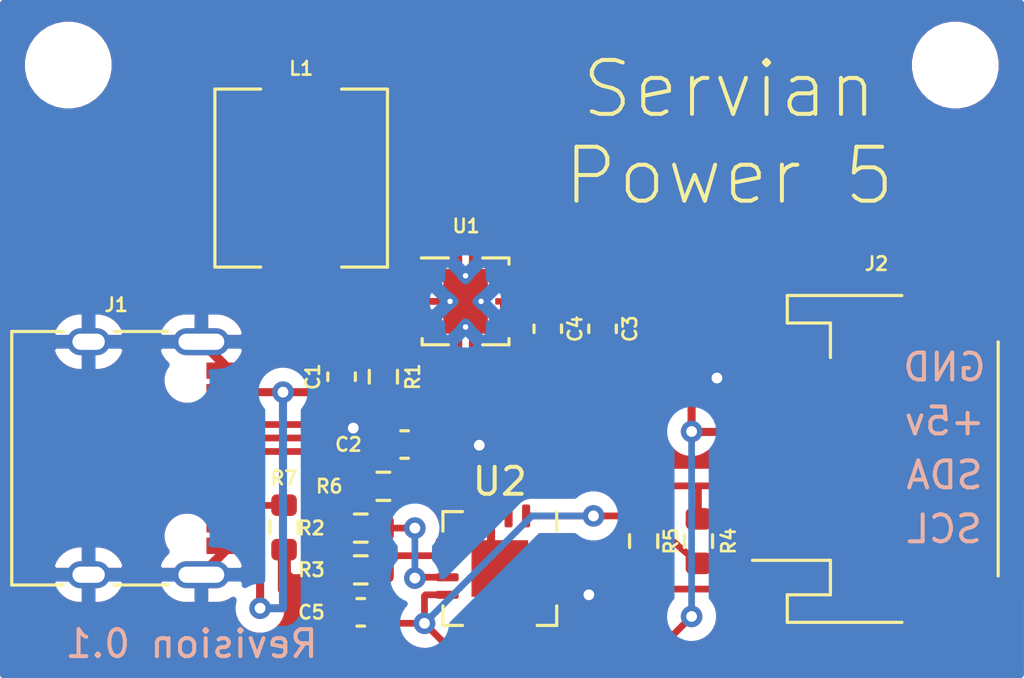
<source format=kicad_pcb>
(kicad_pcb (version 20171130) (host pcbnew "(5.1.10-1-10_14)")

  (general
    (thickness 1.6)
    (drawings 7)
    (tracks 130)
    (zones 0)
    (modules 19)
    (nets 26)
  )

  (page A4)
  (title_block
    (title "Servian Power 5")
    (rev 0.1)
  )

  (layers
    (0 F.Cu signal)
    (31 B.Cu signal)
    (32 B.Adhes user)
    (33 F.Adhes user)
    (34 B.Paste user)
    (35 F.Paste user)
    (36 B.SilkS user hide)
    (37 F.SilkS user hide)
    (38 B.Mask user)
    (39 F.Mask user)
    (40 Dwgs.User user)
    (41 Cmts.User user)
    (42 Eco1.User user)
    (43 Eco2.User user)
    (44 Edge.Cuts user)
    (45 Margin user hide)
    (46 B.CrtYd user)
    (47 F.CrtYd user)
    (48 B.Fab user)
    (49 F.Fab user hide)
  )

  (setup
    (last_trace_width 0.25)
    (trace_clearance 0.2)
    (zone_clearance 0.508)
    (zone_45_only no)
    (trace_min 0.2)
    (via_size 0.8)
    (via_drill 0.4)
    (via_min_size 0.4)
    (via_min_drill 0.3)
    (uvia_size 0.3)
    (uvia_drill 0.1)
    (uvias_allowed no)
    (uvia_min_size 0.2)
    (uvia_min_drill 0.1)
    (edge_width 0.05)
    (segment_width 0.2)
    (pcb_text_width 0.3)
    (pcb_text_size 1.5 1.5)
    (mod_edge_width 0.12)
    (mod_text_size 1 1)
    (mod_text_width 0.15)
    (pad_size 2.2 2.2)
    (pad_drill 2.2)
    (pad_to_mask_clearance 0)
    (aux_axis_origin 0 0)
    (visible_elements 7FFFFFFF)
    (pcbplotparams
      (layerselection 0x010fc_ffffffff)
      (usegerberextensions true)
      (usegerberattributes false)
      (usegerberadvancedattributes false)
      (creategerberjobfile false)
      (excludeedgelayer true)
      (linewidth 0.100000)
      (plotframeref false)
      (viasonmask false)
      (mode 1)
      (useauxorigin false)
      (hpglpennumber 1)
      (hpglpenspeed 20)
      (hpglpendiameter 15.000000)
      (psnegative false)
      (psa4output false)
      (plotreference true)
      (plotvalue false)
      (plotinvisibletext false)
      (padsonsilk false)
      (subtractmaskfromsilk true)
      (outputformat 1)
      (mirror false)
      (drillshape 0)
      (scaleselection 1)
      (outputdirectory "Gerber20210929/"))
  )

  (net 0 "")
  (net 1 GND)
  (net 2 "Net-(C2-Pad1)")
  (net 3 "Net-(J1-PadB8)")
  (net 4 "Net-(J1-PadA5)")
  (net 5 "Net-(J1-PadA7)")
  (net 6 "Net-(J1-PadB6)")
  (net 7 "Net-(J1-PadA8)")
  (net 8 "Net-(J1-PadB5)")
  (net 9 "Net-(L1-Pad2)")
  (net 10 "Net-(L1-Pad1)")
  (net 11 "Net-(R2-Pad1)")
  (net 12 "Net-(R3-Pad1)")
  (net 13 "Net-(U2-Pad15)")
  (net 14 "Net-(U2-Pad14)")
  (net 15 "Net-(U2-Pad12)")
  (net 16 "Net-(U2-Pad11)")
  (net 17 "Net-(U2-Pad5)")
  (net 18 "Net-(U2-Pad4)")
  (net 19 VBUS)
  (net 20 /SDA)
  (net 21 /SCL)
  (net 22 +5V)
  (net 23 +3V3)
  (net 24 /USBDM)
  (net 25 /USBDP)

  (net_class Default "This is the default net class."
    (clearance 0.2)
    (trace_width 0.25)
    (via_dia 0.8)
    (via_drill 0.4)
    (uvia_dia 0.3)
    (uvia_drill 0.1)
    (add_net +3V3)
    (add_net +5V)
    (add_net /SCL)
    (add_net /SDA)
    (add_net /USBDM)
    (add_net /USBDP)
    (add_net GND)
    (add_net "Net-(C2-Pad1)")
    (add_net "Net-(J1-PadA5)")
    (add_net "Net-(J1-PadA7)")
    (add_net "Net-(J1-PadA8)")
    (add_net "Net-(J1-PadB5)")
    (add_net "Net-(J1-PadB6)")
    (add_net "Net-(J1-PadB8)")
    (add_net "Net-(L1-Pad1)")
    (add_net "Net-(L1-Pad2)")
    (add_net "Net-(R2-Pad1)")
    (add_net "Net-(R3-Pad1)")
    (add_net "Net-(U2-Pad11)")
    (add_net "Net-(U2-Pad12)")
    (add_net "Net-(U2-Pad14)")
    (add_net "Net-(U2-Pad15)")
    (add_net "Net-(U2-Pad4)")
    (add_net "Net-(U2-Pad5)")
    (add_net VBUS)
  )

  (module MountingHole:MountingHole_2.2mm_M2_ISO7380 (layer F.Cu) (tedit 61546CCB) (tstamp 6154841B)
    (at 127.508 74.295)
    (descr "Mounting Hole 2.2mm, no annular, M2, ISO7380")
    (tags "mounting hole 2.2mm no annular m2 iso7380")
    (attr virtual)
    (fp_text reference MOUNT_TL (at 1.016 0) (layer F.Fab) hide
      (effects (font (size 0.5 0.5) (thickness 0.1)))
    )
    (fp_text value Mount_Top_Left (at 0.889 2.413) (layer F.Fab) hide
      (effects (font (size 0.5 0.5) (thickness 0.1)))
    )
    (fp_circle (center 0 0) (end 2 0) (layer F.CrtYd) (width 0.05))
    (fp_circle (center 0 0) (end 1.75 0) (layer Cmts.User) (width 0.15))
    (pad "" np_thru_hole circle (at 0 0) (size 2.2 2.2) (drill 2.2) (layers *.Cu *.Mask))
  )

  (module MountingHole:MountingHole_2.2mm_M2_ISO7380 (layer F.Cu) (tedit 56D1B4CB) (tstamp 615478B7)
    (at 160.401 74.295)
    (descr "Mounting Hole 2.2mm, no annular, M2, ISO7380")
    (tags "mounting hole 2.2mm no annular m2 iso7380")
    (attr virtual)
    (fp_text reference REF** (at 0 0) (layer F.Fab) hide
      (effects (font (size 0.5 0.5) (thickness 0.1)))
    )
    (fp_text value Mount_Top_Right (at -1.651 2.54) (layer F.Fab) hide
      (effects (font (size 0.5 0.5) (thickness 0.1)))
    )
    (fp_circle (center 0 0) (end 1.75 0) (layer Cmts.User) (width 0.15))
    (fp_circle (center 0 0) (end 2 0) (layer F.CrtYd) (width 0.05))
    (pad 1 np_thru_hole circle (at 0 0) (size 2.2 2.2) (drill 2.2) (layers *.Cu *.Mask))
  )

  (module Resistor_SMD:R_0603_1608Metric (layer F.Cu) (tedit 5F68FEEE) (tstamp 61544FEF)
    (at 135.509 91.44 270)
    (descr "Resistor SMD 0603 (1608 Metric), square (rectangular) end terminal, IPC_7351 nominal, (Body size source: IPC-SM-782 page 72, https://www.pcb-3d.com/wordpress/wp-content/uploads/ipc-sm-782a_amendment_1_and_2.pdf), generated with kicad-footprint-generator")
    (tags resistor)
    (path /61547FAE)
    (attr smd)
    (fp_text reference R7 (at -1.8288 0 180) (layer F.SilkS)
      (effects (font (size 0.5 0.5) (thickness 0.1)))
    )
    (fp_text value "5.1k Ohm" (at 0 1.43 90) (layer F.Fab)
      (effects (font (size 1 1) (thickness 0.15)))
    )
    (fp_line (start 1.48 0.73) (end -1.48 0.73) (layer F.CrtYd) (width 0.05))
    (fp_line (start 1.48 -0.73) (end 1.48 0.73) (layer F.CrtYd) (width 0.05))
    (fp_line (start -1.48 -0.73) (end 1.48 -0.73) (layer F.CrtYd) (width 0.05))
    (fp_line (start -1.48 0.73) (end -1.48 -0.73) (layer F.CrtYd) (width 0.05))
    (fp_line (start -0.237258 0.5225) (end 0.237258 0.5225) (layer F.SilkS) (width 0.12))
    (fp_line (start -0.237258 -0.5225) (end 0.237258 -0.5225) (layer F.SilkS) (width 0.12))
    (fp_line (start 0.8 0.4125) (end -0.8 0.4125) (layer F.Fab) (width 0.1))
    (fp_line (start 0.8 -0.4125) (end 0.8 0.4125) (layer F.Fab) (width 0.1))
    (fp_line (start -0.8 -0.4125) (end 0.8 -0.4125) (layer F.Fab) (width 0.1))
    (fp_line (start -0.8 0.4125) (end -0.8 -0.4125) (layer F.Fab) (width 0.1))
    (fp_text user %R (at 0 0 90) (layer F.Fab)
      (effects (font (size 0.4 0.4) (thickness 0.06)))
    )
    (pad 2 smd roundrect (at 0.825 0 270) (size 0.8 0.95) (layers F.Cu F.Paste F.Mask) (roundrect_rratio 0.25)
      (net 1 GND))
    (pad 1 smd roundrect (at -0.825 0 270) (size 0.8 0.95) (layers F.Cu F.Paste F.Mask) (roundrect_rratio 0.25)
      (net 8 "Net-(J1-PadB5)"))
    (model ${KISYS3DMOD}/Resistor_SMD.3dshapes/R_0603_1608Metric.wrl
      (at (xyz 0 0 0))
      (scale (xyz 1 1 1))
      (rotate (xyz 0 0 0))
    )
  )

  (module Resistor_SMD:R_0603_1608Metric (layer F.Cu) (tedit 5F68FEEE) (tstamp 615454BA)
    (at 139.192 89.916)
    (descr "Resistor SMD 0603 (1608 Metric), square (rectangular) end terminal, IPC_7351 nominal, (Body size source: IPC-SM-782 page 72, https://www.pcb-3d.com/wordpress/wp-content/uploads/ipc-sm-782a_amendment_1_and_2.pdf), generated with kicad-footprint-generator")
    (tags resistor)
    (path /61545907)
    (attr smd)
    (fp_text reference R6 (at -2.0066 0) (layer F.SilkS)
      (effects (font (size 0.5 0.5) (thickness 0.1)))
    )
    (fp_text value "5.1k Ohm" (at 0 1.43) (layer F.Fab)
      (effects (font (size 1 1) (thickness 0.15)))
    )
    (fp_line (start 1.48 0.73) (end -1.48 0.73) (layer F.CrtYd) (width 0.05))
    (fp_line (start 1.48 -0.73) (end 1.48 0.73) (layer F.CrtYd) (width 0.05))
    (fp_line (start -1.48 -0.73) (end 1.48 -0.73) (layer F.CrtYd) (width 0.05))
    (fp_line (start -1.48 0.73) (end -1.48 -0.73) (layer F.CrtYd) (width 0.05))
    (fp_line (start -0.237258 0.5225) (end 0.237258 0.5225) (layer F.SilkS) (width 0.12))
    (fp_line (start -0.237258 -0.5225) (end 0.237258 -0.5225) (layer F.SilkS) (width 0.12))
    (fp_line (start 0.8 0.4125) (end -0.8 0.4125) (layer F.Fab) (width 0.1))
    (fp_line (start 0.8 -0.4125) (end 0.8 0.4125) (layer F.Fab) (width 0.1))
    (fp_line (start -0.8 -0.4125) (end 0.8 -0.4125) (layer F.Fab) (width 0.1))
    (fp_line (start -0.8 0.4125) (end -0.8 -0.4125) (layer F.Fab) (width 0.1))
    (fp_text user %R (at 0 0 180) (layer F.Fab)
      (effects (font (size 0.4 0.4) (thickness 0.06)))
    )
    (pad 2 smd roundrect (at 0.825 0) (size 0.8 0.95) (layers F.Cu F.Paste F.Mask) (roundrect_rratio 0.25)
      (net 1 GND))
    (pad 1 smd roundrect (at -0.825 0) (size 0.8 0.95) (layers F.Cu F.Paste F.Mask) (roundrect_rratio 0.25)
      (net 4 "Net-(J1-PadA5)"))
    (model ${KISYS3DMOD}/Resistor_SMD.3dshapes/R_0603_1608Metric.wrl
      (at (xyz 0 0 0))
      (scale (xyz 1 1 1))
      (rotate (xyz 0 0 0))
    )
  )

  (module Connector_USB:USB_C_Receptacle_HRO_TYPE-C-31-M-12 (layer F.Cu) (tedit 5D3C0721) (tstamp 61545BC9)
    (at 129.3114 88.8746 270)
    (descr "USB Type-C receptacle for USB 2.0 and PD, http://www.krhro.com/uploads/soft/180320/1-1P320120243.pdf")
    (tags "usb usb-c 2.0 pd")
    (path /6146B484)
    (attr smd)
    (fp_text reference J1 (at -5.6896 0.0254 180) (layer F.SilkS)
      (effects (font (size 0.5 0.5) (thickness 0.1)))
    )
    (fp_text value USB_C_Receptacle (at 0 3.0734 90) (layer F.Fab)
      (effects (font (size 0.5 0.5) (thickness 0.1)))
    )
    (fp_line (start -4.7 3.9) (end 4.7 3.9) (layer F.SilkS) (width 0.12))
    (fp_line (start -4.47 -3.65) (end 4.47 -3.65) (layer F.Fab) (width 0.1))
    (fp_line (start -4.47 -3.65) (end -4.47 3.65) (layer F.Fab) (width 0.1))
    (fp_line (start -4.47 3.65) (end 4.47 3.65) (layer F.Fab) (width 0.1))
    (fp_line (start 4.47 -3.65) (end 4.47 3.65) (layer F.Fab) (width 0.1))
    (fp_line (start -5.32 -5.27) (end 5.32 -5.27) (layer F.CrtYd) (width 0.05))
    (fp_line (start -5.32 4.15) (end 5.32 4.15) (layer F.CrtYd) (width 0.05))
    (fp_line (start -5.32 -5.27) (end -5.32 4.15) (layer F.CrtYd) (width 0.05))
    (fp_line (start 5.32 -5.27) (end 5.32 4.15) (layer F.CrtYd) (width 0.05))
    (fp_line (start 4.7 -1.9) (end 4.7 0.1) (layer F.SilkS) (width 0.12))
    (fp_line (start 4.7 2) (end 4.7 3.9) (layer F.SilkS) (width 0.12))
    (fp_line (start -4.7 -1.9) (end -4.7 0.1) (layer F.SilkS) (width 0.12))
    (fp_line (start -4.7 2) (end -4.7 3.9) (layer F.SilkS) (width 0.12))
    (fp_text user %R (at 0 0 90) (layer F.Fab)
      (effects (font (size 1 1) (thickness 0.15)))
    )
    (pad B1 smd rect (at 3.25 -4.045 270) (size 0.6 1.45) (layers F.Cu F.Paste F.Mask)
      (net 1 GND))
    (pad A9 smd rect (at 2.45 -4.045 270) (size 0.6 1.45) (layers F.Cu F.Paste F.Mask)
      (net 19 VBUS))
    (pad B9 smd rect (at -2.45 -4.045 270) (size 0.6 1.45) (layers F.Cu F.Paste F.Mask)
      (net 19 VBUS))
    (pad B12 smd rect (at -3.25 -4.045 270) (size 0.6 1.45) (layers F.Cu F.Paste F.Mask)
      (net 1 GND))
    (pad A1 smd rect (at -3.25 -4.045 270) (size 0.6 1.45) (layers F.Cu F.Paste F.Mask)
      (net 1 GND))
    (pad A4 smd rect (at -2.45 -4.045 270) (size 0.6 1.45) (layers F.Cu F.Paste F.Mask)
      (net 19 VBUS))
    (pad B4 smd rect (at 2.45 -4.045 270) (size 0.6 1.45) (layers F.Cu F.Paste F.Mask)
      (net 19 VBUS))
    (pad A12 smd rect (at 3.25 -4.045 270) (size 0.6 1.45) (layers F.Cu F.Paste F.Mask)
      (net 1 GND))
    (pad B8 smd rect (at -1.75 -4.045 270) (size 0.3 1.45) (layers F.Cu F.Paste F.Mask)
      (net 3 "Net-(J1-PadB8)"))
    (pad A5 smd rect (at -1.25 -4.045 270) (size 0.3 1.45) (layers F.Cu F.Paste F.Mask)
      (net 4 "Net-(J1-PadA5)"))
    (pad B7 smd rect (at -0.75 -4.045 270) (size 0.3 1.45) (layers F.Cu F.Paste F.Mask)
      (net 24 /USBDM))
    (pad A7 smd rect (at 0.25 -4.045 270) (size 0.3 1.45) (layers F.Cu F.Paste F.Mask)
      (net 5 "Net-(J1-PadA7)"))
    (pad B6 smd rect (at 0.75 -4.045 270) (size 0.3 1.45) (layers F.Cu F.Paste F.Mask)
      (net 6 "Net-(J1-PadB6)"))
    (pad A8 smd rect (at 1.25 -4.045 270) (size 0.3 1.45) (layers F.Cu F.Paste F.Mask)
      (net 7 "Net-(J1-PadA8)"))
    (pad B5 smd rect (at 1.75 -4.045 270) (size 0.3 1.45) (layers F.Cu F.Paste F.Mask)
      (net 8 "Net-(J1-PadB5)"))
    (pad A6 smd rect (at -0.25 -4.045 270) (size 0.3 1.45) (layers F.Cu F.Paste F.Mask)
      (net 25 /USBDP))
    (pad S1 thru_hole oval (at 4.32 -3.13 270) (size 1 2.1) (drill oval 0.6 1.7) (layers *.Cu *.Mask)
      (net 1 GND))
    (pad S1 thru_hole oval (at -4.32 -3.13 270) (size 1 2.1) (drill oval 0.6 1.7) (layers *.Cu *.Mask)
      (net 1 GND))
    (pad "" np_thru_hole circle (at -2.89 -2.6 270) (size 0.65 0.65) (drill 0.65) (layers *.Cu *.Mask))
    (pad S1 thru_hole oval (at -4.32 1.05 270) (size 1 1.6) (drill oval 0.6 1.2) (layers *.Cu *.Mask)
      (net 1 GND))
    (pad "" np_thru_hole circle (at 2.89 -2.6 270) (size 0.65 0.65) (drill 0.65) (layers *.Cu *.Mask))
    (pad S1 thru_hole oval (at 4.32 1.05 270) (size 1 1.6) (drill oval 0.6 1.2) (layers *.Cu *.Mask)
      (net 1 GND))
    (model ${KISYS3DMOD}/Connector_USB.3dshapes/USB_C_Receptacle_HRO_TYPE-C-31-M-12.wrl
      (at (xyz 0 0 0))
      (scale (xyz 1 1 1))
      (rotate (xyz 0 0 0))
    )
  )

  (module Resistor_SMD:R_0603_1608Metric (layer F.Cu) (tedit 5F68FEEE) (tstamp 61488E45)
    (at 150.876 91.948 90)
    (descr "Resistor SMD 0603 (1608 Metric), square (rectangular) end terminal, IPC_7351 nominal, (Body size source: IPC-SM-782 page 72, https://www.pcb-3d.com/wordpress/wp-content/uploads/ipc-sm-782a_amendment_1_and_2.pdf), generated with kicad-footprint-generator")
    (tags resistor)
    (path /6149F95D)
    (attr smd)
    (fp_text reference R5 (at 0 -1.016 90) (layer F.SilkS)
      (effects (font (size 0.5 0.5) (thickness 0.1)))
    )
    (fp_text value "1k Ohm" (at 0 1.43 90) (layer F.Fab)
      (effects (font (size 1 1) (thickness 0.15)))
    )
    (fp_line (start 1.48 0.73) (end -1.48 0.73) (layer F.CrtYd) (width 0.05))
    (fp_line (start 1.48 -0.73) (end 1.48 0.73) (layer F.CrtYd) (width 0.05))
    (fp_line (start -1.48 -0.73) (end 1.48 -0.73) (layer F.CrtYd) (width 0.05))
    (fp_line (start -1.48 0.73) (end -1.48 -0.73) (layer F.CrtYd) (width 0.05))
    (fp_line (start -0.237258 0.5225) (end 0.237258 0.5225) (layer F.SilkS) (width 0.12))
    (fp_line (start -0.237258 -0.5225) (end 0.237258 -0.5225) (layer F.SilkS) (width 0.12))
    (fp_line (start 0.8 0.4125) (end -0.8 0.4125) (layer F.Fab) (width 0.1))
    (fp_line (start 0.8 -0.4125) (end 0.8 0.4125) (layer F.Fab) (width 0.1))
    (fp_line (start -0.8 -0.4125) (end 0.8 -0.4125) (layer F.Fab) (width 0.1))
    (fp_line (start -0.8 0.4125) (end -0.8 -0.4125) (layer F.Fab) (width 0.1))
    (fp_text user %R (at 0 0 90) (layer F.Fab)
      (effects (font (size 0.4 0.4) (thickness 0.06)))
    )
    (pad 1 smd roundrect (at -0.825 0 90) (size 0.8 0.95) (layers F.Cu F.Paste F.Mask) (roundrect_rratio 0.25)
      (net 23 +3V3))
    (pad 2 smd roundrect (at 0.825 0 90) (size 0.8 0.95) (layers F.Cu F.Paste F.Mask) (roundrect_rratio 0.25)
      (net 20 /SDA))
    (model ${KISYS3DMOD}/Resistor_SMD.3dshapes/R_0603_1608Metric.wrl
      (at (xyz 0 0 0))
      (scale (xyz 1 1 1))
      (rotate (xyz 0 0 0))
    )
  )

  (module Resistor_SMD:R_0603_1608Metric (layer F.Cu) (tedit 5F68FEEE) (tstamp 61488E34)
    (at 148.844 91.948 270)
    (descr "Resistor SMD 0603 (1608 Metric), square (rectangular) end terminal, IPC_7351 nominal, (Body size source: IPC-SM-782 page 72, https://www.pcb-3d.com/wordpress/wp-content/uploads/ipc-sm-782a_amendment_1_and_2.pdf), generated with kicad-footprint-generator")
    (tags resistor)
    (path /6149EFC4)
    (attr smd)
    (fp_text reference R4 (at 0 -3.1496 90) (layer F.SilkS)
      (effects (font (size 0.5 0.5) (thickness 0.1)))
    )
    (fp_text value "1k Ohm" (at 0 1.43 90) (layer F.Fab)
      (effects (font (size 1 1) (thickness 0.15)))
    )
    (fp_line (start 1.48 0.73) (end -1.48 0.73) (layer F.CrtYd) (width 0.05))
    (fp_line (start 1.48 -0.73) (end 1.48 0.73) (layer F.CrtYd) (width 0.05))
    (fp_line (start -1.48 -0.73) (end 1.48 -0.73) (layer F.CrtYd) (width 0.05))
    (fp_line (start -1.48 0.73) (end -1.48 -0.73) (layer F.CrtYd) (width 0.05))
    (fp_line (start -0.237258 0.5225) (end 0.237258 0.5225) (layer F.SilkS) (width 0.12))
    (fp_line (start -0.237258 -0.5225) (end 0.237258 -0.5225) (layer F.SilkS) (width 0.12))
    (fp_line (start 0.8 0.4125) (end -0.8 0.4125) (layer F.Fab) (width 0.1))
    (fp_line (start 0.8 -0.4125) (end 0.8 0.4125) (layer F.Fab) (width 0.1))
    (fp_line (start -0.8 -0.4125) (end 0.8 -0.4125) (layer F.Fab) (width 0.1))
    (fp_line (start -0.8 0.4125) (end -0.8 -0.4125) (layer F.Fab) (width 0.1))
    (fp_text user %R (at 0 0 90) (layer F.Fab)
      (effects (font (size 0.4 0.4) (thickness 0.06)))
    )
    (pad 1 smd roundrect (at -0.825 0 270) (size 0.8 0.95) (layers F.Cu F.Paste F.Mask) (roundrect_rratio 0.25)
      (net 23 +3V3))
    (pad 2 smd roundrect (at 0.825 0 270) (size 0.8 0.95) (layers F.Cu F.Paste F.Mask) (roundrect_rratio 0.25)
      (net 21 /SCL))
    (model ${KISYS3DMOD}/Resistor_SMD.3dshapes/R_0603_1608Metric.wrl
      (at (xyz 0 0 0))
      (scale (xyz 1 1 1))
      (rotate (xyz 0 0 0))
    )
  )

  (module Connector_JST:JST_PH_S4B-PH-SM4-TB_1x04-1MP_P2.00mm_Horizontal (layer F.Cu) (tedit 5B78AD87) (tstamp 61489AEE)
    (at 157.48 88.9 90)
    (descr "JST PH series connector, S4B-PH-SM4-TB (http://www.jst-mfg.com/product/pdf/eng/ePH.pdf), generated with kicad-footprint-generator")
    (tags "connector JST PH top entry")
    (path /61478F62)
    (attr smd)
    (fp_text reference J2 (at 7.239 0 180) (layer F.SilkS)
      (effects (font (size 0.5 0.5) (thickness 0.1)))
    )
    (fp_text value 114020164 (at 0 3.302 90) (layer F.Fab)
      (effects (font (size 1 1) (thickness 0.15)))
    )
    (fp_line (start -3 -0.892893) (end -2.5 -1.6) (layer F.Fab) (width 0.1))
    (fp_line (start -3.5 -1.6) (end -3 -0.892893) (layer F.Fab) (width 0.1))
    (fp_line (start 6.6 -5.1) (end -6.6 -5.1) (layer F.CrtYd) (width 0.05))
    (fp_line (start 6.6 5.1) (end 6.6 -5.1) (layer F.CrtYd) (width 0.05))
    (fp_line (start -6.6 5.1) (end 6.6 5.1) (layer F.CrtYd) (width 0.05))
    (fp_line (start -6.6 -5.1) (end -6.6 5.1) (layer F.CrtYd) (width 0.05))
    (fp_line (start 5.95 -3.2) (end 5.95 4.4) (layer F.Fab) (width 0.1))
    (fp_line (start -5.95 -3.2) (end -5.95 4.4) (layer F.Fab) (width 0.1))
    (fp_line (start -5.95 4.4) (end 5.95 4.4) (layer F.Fab) (width 0.1))
    (fp_line (start -4.34 4.51) (end 4.34 4.51) (layer F.SilkS) (width 0.12))
    (fp_line (start 5.04 -1.71) (end 3.76 -1.71) (layer F.SilkS) (width 0.12))
    (fp_line (start 5.04 -3.31) (end 5.04 -1.71) (layer F.SilkS) (width 0.12))
    (fp_line (start 6.06 -3.31) (end 5.04 -3.31) (layer F.SilkS) (width 0.12))
    (fp_line (start 6.06 0.94) (end 6.06 -3.31) (layer F.SilkS) (width 0.12))
    (fp_line (start -3.76 -1.71) (end -3.76 -4.6) (layer F.SilkS) (width 0.12))
    (fp_line (start -5.04 -1.71) (end -3.76 -1.71) (layer F.SilkS) (width 0.12))
    (fp_line (start -5.04 -3.31) (end -5.04 -1.71) (layer F.SilkS) (width 0.12))
    (fp_line (start -6.06 -3.31) (end -5.04 -3.31) (layer F.SilkS) (width 0.12))
    (fp_line (start -6.06 0.94) (end -6.06 -3.31) (layer F.SilkS) (width 0.12))
    (fp_line (start 5.15 -3.2) (end 5.95 -3.2) (layer F.Fab) (width 0.1))
    (fp_line (start 5.15 -1.6) (end 5.15 -3.2) (layer F.Fab) (width 0.1))
    (fp_line (start -5.15 -1.6) (end 5.15 -1.6) (layer F.Fab) (width 0.1))
    (fp_line (start -5.15 -3.2) (end -5.15 -1.6) (layer F.Fab) (width 0.1))
    (fp_line (start -5.95 -3.2) (end -5.15 -3.2) (layer F.Fab) (width 0.1))
    (fp_text user %R (at 0 1.5 90) (layer F.Fab)
      (effects (font (size 1 1) (thickness 0.15)))
    )
    (pad 1 smd roundrect (at -3 -2.85 90) (size 1 3.5) (layers F.Cu F.Paste F.Mask) (roundrect_rratio 0.25)
      (net 21 /SCL))
    (pad 2 smd roundrect (at -1 -2.85 90) (size 1 3.5) (layers F.Cu F.Paste F.Mask) (roundrect_rratio 0.25)
      (net 20 /SDA))
    (pad 3 smd roundrect (at 1 -2.85 90) (size 1 3.5) (layers F.Cu F.Paste F.Mask) (roundrect_rratio 0.25)
      (net 22 +5V))
    (pad 4 smd roundrect (at 3 -2.85 90) (size 1 3.5) (layers F.Cu F.Paste F.Mask) (roundrect_rratio 0.25)
      (net 1 GND))
    (pad MP smd roundrect (at -5.35 2.9 90) (size 1.5 3.4) (layers F.Cu F.Paste F.Mask) (roundrect_rratio 0.1666666666666667))
    (pad MP smd roundrect (at 5.35 2.9 90) (size 1.5 3.4) (layers F.Cu F.Paste F.Mask) (roundrect_rratio 0.1666666666666667))
    (model ${KISYS3DMOD}/Connector_JST.3dshapes/JST_PH_S4B-PH-SM4-TB_1x04-1MP_P2.00mm_Horizontal.wrl
      (at (xyz 0 0 0))
      (scale (xyz 1 1 1))
      (rotate (xyz 0 0 0))
    )
  )

  (module Package_DFN_QFN:QFN-16-1EP_4x4mm_P0.65mm_EP2.1x2.1mm (layer F.Cu) (tedit 5DC5F6A3) (tstamp 61489F4D)
    (at 143.51 92.964 270)
    (descr "QFN, 16 Pin (http://www.thatcorp.com/datashts/THAT_1580_Datasheet.pdf), generated with kicad-footprint-generator ipc_noLead_generator.py")
    (tags "QFN NoLead")
    (path /614A0379)
    (attr smd)
    (fp_text reference U2 (at -3.2258 0 180) (layer F.SilkS)
      (effects (font (size 1 1) (thickness 0.15)))
    )
    (fp_text value FT201XQ (at -3.81 0 180) (layer F.Fab)
      (effects (font (size 1 1) (thickness 0.15)))
    )
    (fp_line (start 2.62 -2.62) (end -2.62 -2.62) (layer F.CrtYd) (width 0.05))
    (fp_line (start 2.62 2.62) (end 2.62 -2.62) (layer F.CrtYd) (width 0.05))
    (fp_line (start -2.62 2.62) (end 2.62 2.62) (layer F.CrtYd) (width 0.05))
    (fp_line (start -2.62 -2.62) (end -2.62 2.62) (layer F.CrtYd) (width 0.05))
    (fp_line (start -2 -1) (end -1 -2) (layer F.Fab) (width 0.1))
    (fp_line (start -2 2) (end -2 -1) (layer F.Fab) (width 0.1))
    (fp_line (start 2 2) (end -2 2) (layer F.Fab) (width 0.1))
    (fp_line (start 2 -2) (end 2 2) (layer F.Fab) (width 0.1))
    (fp_line (start -1 -2) (end 2 -2) (layer F.Fab) (width 0.1))
    (fp_line (start -1.385 -2.11) (end -2.11 -2.11) (layer F.SilkS) (width 0.12))
    (fp_line (start 2.11 2.11) (end 2.11 1.385) (layer F.SilkS) (width 0.12))
    (fp_line (start 1.385 2.11) (end 2.11 2.11) (layer F.SilkS) (width 0.12))
    (fp_line (start -2.11 2.11) (end -2.11 1.385) (layer F.SilkS) (width 0.12))
    (fp_line (start -1.385 2.11) (end -2.11 2.11) (layer F.SilkS) (width 0.12))
    (fp_line (start 2.11 -2.11) (end 2.11 -1.385) (layer F.SilkS) (width 0.12))
    (fp_line (start 1.385 -2.11) (end 2.11 -2.11) (layer F.SilkS) (width 0.12))
    (fp_text user %R (at 0 0 90) (layer F.Fab)
      (effects (font (size 1 1) (thickness 0.15)))
    )
    (pad "" smd roundrect (at 0.525 0.525 270) (size 0.85 0.85) (layers F.Paste) (roundrect_rratio 0.25))
    (pad "" smd roundrect (at 0.525 -0.525 270) (size 0.85 0.85) (layers F.Paste) (roundrect_rratio 0.25))
    (pad "" smd roundrect (at -0.525 0.525 270) (size 0.85 0.85) (layers F.Paste) (roundrect_rratio 0.25))
    (pad "" smd roundrect (at -0.525 -0.525 270) (size 0.85 0.85) (layers F.Paste) (roundrect_rratio 0.25))
    (pad 17 smd rect (at 0 0 270) (size 2.1 2.1) (layers F.Cu F.Mask)
      (net 1 GND))
    (pad 16 smd roundrect (at -0.975 -1.95 270) (size 0.3 0.85) (layers F.Cu F.Paste F.Mask) (roundrect_rratio 0.25)
      (net 21 /SCL))
    (pad 15 smd roundrect (at -0.325 -1.95 270) (size 0.3 0.85) (layers F.Cu F.Paste F.Mask) (roundrect_rratio 0.25)
      (net 13 "Net-(U2-Pad15)"))
    (pad 14 smd roundrect (at 0.325 -1.95 270) (size 0.3 0.85) (layers F.Cu F.Paste F.Mask) (roundrect_rratio 0.25)
      (net 14 "Net-(U2-Pad14)"))
    (pad 13 smd roundrect (at 0.975 -1.95 270) (size 0.3 0.85) (layers F.Cu F.Paste F.Mask) (roundrect_rratio 0.25)
      (net 1 GND))
    (pad 12 smd roundrect (at 1.95 -0.975 270) (size 0.85 0.3) (layers F.Cu F.Paste F.Mask) (roundrect_rratio 0.25)
      (net 15 "Net-(U2-Pad12)"))
    (pad 11 smd roundrect (at 1.95 -0.325 270) (size 0.85 0.3) (layers F.Cu F.Paste F.Mask) (roundrect_rratio 0.25)
      (net 16 "Net-(U2-Pad11)"))
    (pad 10 smd roundrect (at 1.95 0.325 270) (size 0.85 0.3) (layers F.Cu F.Paste F.Mask) (roundrect_rratio 0.25)
      (net 22 +5V))
    (pad 9 smd roundrect (at 1.95 0.975 270) (size 0.85 0.3) (layers F.Cu F.Paste F.Mask) (roundrect_rratio 0.25)
      (net 23 +3V3))
    (pad 8 smd roundrect (at 0.975 1.95 270) (size 0.3 0.85) (layers F.Cu F.Paste F.Mask) (roundrect_rratio 0.25)
      (net 23 +3V3))
    (pad 7 smd roundrect (at 0.325 1.95 270) (size 0.3 0.85) (layers F.Cu F.Paste F.Mask) (roundrect_rratio 0.25)
      (net 11 "Net-(R2-Pad1)"))
    (pad 6 smd roundrect (at -0.325 1.95 270) (size 0.3 0.85) (layers F.Cu F.Paste F.Mask) (roundrect_rratio 0.25)
      (net 12 "Net-(R3-Pad1)"))
    (pad 5 smd roundrect (at -0.975 1.95 270) (size 0.3 0.85) (layers F.Cu F.Paste F.Mask) (roundrect_rratio 0.25)
      (net 17 "Net-(U2-Pad5)"))
    (pad 4 smd roundrect (at -1.95 0.975 270) (size 0.85 0.3) (layers F.Cu F.Paste F.Mask) (roundrect_rratio 0.25)
      (net 18 "Net-(U2-Pad4)"))
    (pad 3 smd roundrect (at -1.95 0.325 270) (size 0.85 0.3) (layers F.Cu F.Paste F.Mask) (roundrect_rratio 0.25)
      (net 1 GND))
    (pad 2 smd roundrect (at -1.95 -0.325 270) (size 0.85 0.3) (layers F.Cu F.Paste F.Mask) (roundrect_rratio 0.25)
      (net 20 /SDA))
    (pad 1 smd roundrect (at -1.95 -0.975 270) (size 0.85 0.3) (layers F.Cu F.Paste F.Mask) (roundrect_rratio 0.25)
      (net 23 +3V3))
    (model ${KISYS3DMOD}/Package_DFN_QFN.3dshapes/QFN-16-1EP_4x4mm_P0.65mm_EP2.1x2.1mm.wrl
      (at (xyz 0 0 0))
      (scale (xyz 1 1 1))
      (rotate (xyz 0 0 0))
    )
  )

  (module Package_SON:Texas_DRC0010J_ThermalVias (layer F.Cu) (tedit 5C20F0C0) (tstamp 61474240)
    (at 142.24 83.058)
    (descr "Texas DRC0010J, VSON10 3x3mm Body, 0.5mm Pitch,  http://www.ti.com/lit/ds/symlink/tps63000.pdf")
    (tags "Texas VSON10 3x3mm")
    (path /6148040F)
    (attr smd)
    (fp_text reference U1 (at 0.02032 -2.794) (layer F.SilkS)
      (effects (font (size 0.5 0.5) (thickness 0.1)))
    )
    (fp_text value TPS63002 (at 5.08 -2.794) (layer F.Fab)
      (effects (font (size 1 1) (thickness 0.15)))
    )
    (fp_line (start -1.64 -1.61) (end -0.635 -1.61) (layer F.SilkS) (width 0.12))
    (fp_line (start 1.61 -1.61) (end 1.61 -1.38) (layer F.SilkS) (width 0.12))
    (fp_line (start 0.635 -1.61) (end 1.61 -1.61) (layer F.SilkS) (width 0.12))
    (fp_line (start 0.635 1.61) (end 1.61 1.61) (layer F.SilkS) (width 0.12))
    (fp_line (start 1.61 1.38) (end 1.61 1.61) (layer F.SilkS) (width 0.12))
    (fp_line (start -1.61 1.61) (end -0.635 1.61) (layer F.SilkS) (width 0.12))
    (fp_line (start -1.61 1.38) (end -1.61 1.61) (layer F.SilkS) (width 0.12))
    (fp_line (start -1.5 -0.8) (end -0.8 -1.5) (layer F.Fab) (width 0.1))
    (fp_line (start -1.95 1.95) (end 1.95 1.95) (layer F.CrtYd) (width 0.05))
    (fp_line (start -1.95 -1.95) (end -1.95 1.95) (layer F.CrtYd) (width 0.05))
    (fp_line (start 1.95 -1.95) (end 1.95 1.95) (layer F.CrtYd) (width 0.05))
    (fp_line (start -1.95 -1.95) (end 1.95 -1.95) (layer F.CrtYd) (width 0.05))
    (fp_line (start -1.5 1.5) (end 1.5 1.5) (layer F.Fab) (width 0.1))
    (fp_line (start -1.5 -0.8) (end -1.5 1.5) (layer F.Fab) (width 0.1))
    (fp_line (start 1.5 -1.5) (end 1.5 1.5) (layer F.Fab) (width 0.1))
    (fp_line (start -0.8 -1.5) (end 1.5 -1.5) (layer F.Fab) (width 0.1))
    (fp_text user %R (at 0 0) (layer F.Fab)
      (effects (font (size 0.7 0.7) (thickness 0.1)))
    )
    (pad 11 thru_hole circle (at 0 -0.95) (size 0.5 0.5) (drill 0.2) (layers *.Cu)
      (net 1 GND))
    (pad 11 thru_hole circle (at 0.575 0) (size 0.5 0.5) (drill 0.2) (layers *.Cu)
      (net 1 GND))
    (pad 11 thru_hole circle (at -0.575 0) (size 0.5 0.5) (drill 0.2) (layers *.Cu)
      (net 1 GND))
    (pad 11 thru_hole circle (at 0 0.95) (size 0.5 0.5) (drill 0.2) (layers *.Cu)
      (net 1 GND))
    (pad 11 smd custom (at 0 0) (size 1.65 2.4) (layers F.Cu F.Mask)
      (net 1 GND) (zone_connect 0)
      (options (clearance outline) (anchor rect))
      (primitives
        (gr_poly (pts
           (xy -0.375 -1.1) (xy -0.375 -1.7) (xy -0.125 -1.7) (xy -0.125 -1.1) (xy 0.125 -1.1)
           (xy 0.125 -1.7) (xy 0.375 -1.7) (xy 0.375 1.7) (xy 0.125 1.7) (xy 0.125 1.1)
           (xy -0.125 1.1) (xy -0.125 1.7) (xy -0.375 1.7)) (width 0))
      ))
    (pad 10 smd rect (at 1.4 -1) (size 0.6 0.24) (layers F.Cu F.Paste F.Mask)
      (net 22 +5V))
    (pad 9 smd rect (at 1.4 -0.5) (size 0.6 0.24) (layers F.Cu F.Paste F.Mask)
      (net 1 GND))
    (pad 8 smd rect (at 1.4 0) (size 0.6 0.24) (layers F.Cu F.Paste F.Mask)
      (net 2 "Net-(C2-Pad1)"))
    (pad 7 smd rect (at 1.4 0.5) (size 0.6 0.24) (layers F.Cu F.Paste F.Mask)
      (net 2 "Net-(C2-Pad1)"))
    (pad 6 smd rect (at 1.4 1) (size 0.6 0.24) (layers F.Cu F.Paste F.Mask)
      (net 2 "Net-(C2-Pad1)"))
    (pad 5 smd rect (at -1.4 1) (size 0.6 0.24) (layers F.Cu F.Paste F.Mask)
      (net 19 VBUS))
    (pad 4 smd rect (at -1.4 0.5) (size 0.6 0.24) (layers F.Cu F.Paste F.Mask)
      (net 10 "Net-(L1-Pad1)"))
    (pad 3 smd rect (at -1.4 0) (size 0.6 0.24) (layers F.Cu F.Paste F.Mask)
      (net 1 GND))
    (pad 2 smd rect (at -1.4 -0.5) (size 0.6 0.24) (layers F.Cu F.Paste F.Mask)
      (net 9 "Net-(L1-Pad2)"))
    (pad 1 smd rect (at -1.4 -1) (size 0.6 0.24) (layers F.Cu F.Paste F.Mask)
      (net 22 +5V))
    (pad "" smd roundrect (at 0.25 1.53) (size 0.25 0.34) (layers F.Paste) (roundrect_rratio 0.1)
      (zone_connect 0))
    (pad "" smd roundrect (at -0.25 1.53) (size 0.25 0.34) (layers F.Paste) (roundrect_rratio 0.1)
      (zone_connect 0))
    (pad "" smd roundrect (at 0.25 -1.53) (size 0.25 0.34) (layers F.Paste) (roundrect_rratio 0.1)
      (zone_connect 0))
    (pad "" smd roundrect (at -0.25 -1.53) (size 0.25 0.34) (layers F.Paste) (roundrect_rratio 0.1)
      (zone_connect 0))
    (pad "" smd roundrect (at 0 -0.63) (size 1.5 1.06) (layers F.Paste) (roundrect_rratio 0.1)
      (zone_connect 0))
    (pad "" smd roundrect (at 0 0.63) (size 1.5 1.06) (layers F.Paste) (roundrect_rratio 0.1)
      (zone_connect 0))
    (model ${KISYS3DMOD}/Package_SON.3dshapes/Texas_DRC0010J.wrl
      (at (xyz 0 0 0))
      (scale (xyz 1 1 1))
      (rotate (xyz 0 0 0))
    )
  )

  (module Resistor_SMD:R_0603_1608Metric (layer F.Cu) (tedit 5F68FEEE) (tstamp 61474216)
    (at 138.3538 93.0148 180)
    (descr "Resistor SMD 0603 (1608 Metric), square (rectangular) end terminal, IPC_7351 nominal, (Body size source: IPC-SM-782 page 72, https://www.pcb-3d.com/wordpress/wp-content/uploads/ipc-sm-782a_amendment_1_and_2.pdf), generated with kicad-footprint-generator")
    (tags resistor)
    (path /614BB1D2)
    (attr smd)
    (fp_text reference R3 (at 1.8288 0) (layer F.SilkS)
      (effects (font (size 0.5 0.5) (thickness 0.1)))
    )
    (fp_text value 27R (at 0 1.43) (layer F.Fab)
      (effects (font (size 1 1) (thickness 0.15)))
    )
    (fp_line (start 1.48 0.73) (end -1.48 0.73) (layer F.CrtYd) (width 0.05))
    (fp_line (start 1.48 -0.73) (end 1.48 0.73) (layer F.CrtYd) (width 0.05))
    (fp_line (start -1.48 -0.73) (end 1.48 -0.73) (layer F.CrtYd) (width 0.05))
    (fp_line (start -1.48 0.73) (end -1.48 -0.73) (layer F.CrtYd) (width 0.05))
    (fp_line (start -0.237258 0.5225) (end 0.237258 0.5225) (layer F.SilkS) (width 0.12))
    (fp_line (start -0.237258 -0.5225) (end 0.237258 -0.5225) (layer F.SilkS) (width 0.12))
    (fp_line (start 0.8 0.4125) (end -0.8 0.4125) (layer F.Fab) (width 0.1))
    (fp_line (start 0.8 -0.4125) (end 0.8 0.4125) (layer F.Fab) (width 0.1))
    (fp_line (start -0.8 -0.4125) (end 0.8 -0.4125) (layer F.Fab) (width 0.1))
    (fp_line (start -0.8 0.4125) (end -0.8 -0.4125) (layer F.Fab) (width 0.1))
    (fp_text user %R (at 0 0) (layer F.Fab)
      (effects (font (size 0.4 0.4) (thickness 0.06)))
    )
    (pad 2 smd roundrect (at 0.825 0 180) (size 0.8 0.95) (layers F.Cu F.Paste F.Mask) (roundrect_rratio 0.25)
      (net 25 /USBDP))
    (pad 1 smd roundrect (at -0.825 0 180) (size 0.8 0.95) (layers F.Cu F.Paste F.Mask) (roundrect_rratio 0.25)
      (net 12 "Net-(R3-Pad1)"))
    (model ${KISYS3DMOD}/Resistor_SMD.3dshapes/R_0603_1608Metric.wrl
      (at (xyz 0 0 0))
      (scale (xyz 1 1 1))
      (rotate (xyz 0 0 0))
    )
  )

  (module Resistor_SMD:R_0603_1608Metric (layer F.Cu) (tedit 5F68FEEE) (tstamp 614B9CA2)
    (at 138.3538 91.4654 180)
    (descr "Resistor SMD 0603 (1608 Metric), square (rectangular) end terminal, IPC_7351 nominal, (Body size source: IPC-SM-782 page 72, https://www.pcb-3d.com/wordpress/wp-content/uploads/ipc-sm-782a_amendment_1_and_2.pdf), generated with kicad-footprint-generator")
    (tags resistor)
    (path /614BA847)
    (attr smd)
    (fp_text reference R2 (at 1.8288 0) (layer F.SilkS)
      (effects (font (size 0.5 0.5) (thickness 0.1)))
    )
    (fp_text value 27R (at 0 1.43) (layer F.Fab)
      (effects (font (size 1 1) (thickness 0.15)))
    )
    (fp_line (start 1.48 0.73) (end -1.48 0.73) (layer F.CrtYd) (width 0.05))
    (fp_line (start 1.48 -0.73) (end 1.48 0.73) (layer F.CrtYd) (width 0.05))
    (fp_line (start -1.48 -0.73) (end 1.48 -0.73) (layer F.CrtYd) (width 0.05))
    (fp_line (start -1.48 0.73) (end -1.48 -0.73) (layer F.CrtYd) (width 0.05))
    (fp_line (start -0.237258 0.5225) (end 0.237258 0.5225) (layer F.SilkS) (width 0.12))
    (fp_line (start -0.237258 -0.5225) (end 0.237258 -0.5225) (layer F.SilkS) (width 0.12))
    (fp_line (start 0.8 0.4125) (end -0.8 0.4125) (layer F.Fab) (width 0.1))
    (fp_line (start 0.8 -0.4125) (end 0.8 0.4125) (layer F.Fab) (width 0.1))
    (fp_line (start -0.8 -0.4125) (end 0.8 -0.4125) (layer F.Fab) (width 0.1))
    (fp_line (start -0.8 0.4125) (end -0.8 -0.4125) (layer F.Fab) (width 0.1))
    (fp_text user %R (at 0 0) (layer F.Fab)
      (effects (font (size 0.4 0.4) (thickness 0.06)))
    )
    (pad 2 smd roundrect (at 0.825 0 180) (size 0.8 0.95) (layers F.Cu F.Paste F.Mask) (roundrect_rratio 0.25)
      (net 24 /USBDM))
    (pad 1 smd roundrect (at -0.825 0 180) (size 0.8 0.95) (layers F.Cu F.Paste F.Mask) (roundrect_rratio 0.25)
      (net 11 "Net-(R2-Pad1)"))
    (model ${KISYS3DMOD}/Resistor_SMD.3dshapes/R_0603_1608Metric.wrl
      (at (xyz 0 0 0))
      (scale (xyz 1 1 1))
      (rotate (xyz 0 0 0))
    )
  )

  (module Resistor_SMD:R_0603_1608Metric (layer F.Cu) (tedit 5F68FEEE) (tstamp 614A98C7)
    (at 139.192 85.852 270)
    (descr "Resistor SMD 0603 (1608 Metric), square (rectangular) end terminal, IPC_7351 nominal, (Body size source: IPC-SM-782 page 72, https://www.pcb-3d.com/wordpress/wp-content/uploads/ipc-sm-782a_amendment_1_and_2.pdf), generated with kicad-footprint-generator")
    (tags resistor)
    (path /6148DDB1)
    (attr smd)
    (fp_text reference R1 (at 0 -1.0922 90) (layer F.SilkS)
      (effects (font (size 0.5 0.5) (thickness 0.1)))
    )
    (fp_text value "100 Ohm" (at 0 1.43 90) (layer F.Fab)
      (effects (font (size 1 1) (thickness 0.15)))
    )
    (fp_line (start 1.48 0.73) (end -1.48 0.73) (layer F.CrtYd) (width 0.05))
    (fp_line (start 1.48 -0.73) (end 1.48 0.73) (layer F.CrtYd) (width 0.05))
    (fp_line (start -1.48 -0.73) (end 1.48 -0.73) (layer F.CrtYd) (width 0.05))
    (fp_line (start -1.48 0.73) (end -1.48 -0.73) (layer F.CrtYd) (width 0.05))
    (fp_line (start -0.237258 0.5225) (end 0.237258 0.5225) (layer F.SilkS) (width 0.12))
    (fp_line (start -0.237258 -0.5225) (end 0.237258 -0.5225) (layer F.SilkS) (width 0.12))
    (fp_line (start 0.8 0.4125) (end -0.8 0.4125) (layer F.Fab) (width 0.1))
    (fp_line (start 0.8 -0.4125) (end 0.8 0.4125) (layer F.Fab) (width 0.1))
    (fp_line (start -0.8 -0.4125) (end 0.8 -0.4125) (layer F.Fab) (width 0.1))
    (fp_line (start -0.8 0.4125) (end -0.8 -0.4125) (layer F.Fab) (width 0.1))
    (fp_text user %R (at 0 0 90) (layer F.Fab)
      (effects (font (size 0.4 0.4) (thickness 0.06)))
    )
    (pad 2 smd roundrect (at 0.825 0 270) (size 0.8 0.95) (layers F.Cu F.Paste F.Mask) (roundrect_rratio 0.25)
      (net 2 "Net-(C2-Pad1)"))
    (pad 1 smd roundrect (at -0.825 0 270) (size 0.8 0.95) (layers F.Cu F.Paste F.Mask) (roundrect_rratio 0.25)
      (net 19 VBUS))
    (model ${KISYS3DMOD}/Resistor_SMD.3dshapes/R_0603_1608Metric.wrl
      (at (xyz 0 0 0))
      (scale (xyz 1 1 1))
      (rotate (xyz 0 0 0))
    )
  )

  (module Inductor_SMD:L_6.3x6.3_H3 (layer F.Cu) (tedit 5990349C) (tstamp 614741E3)
    (at 136.144 78.486 90)
    (descr "Choke, SMD, 6.3x6.3mm 3mm height")
    (tags "Choke SMD")
    (path /61492DE2)
    (attr smd)
    (fp_text reference L1 (at 4.064 0 180) (layer F.SilkS)
      (effects (font (size 0.5 0.5) (thickness 0.1)))
    )
    (fp_text value 2.2uH (at -0.762 0 180) (layer F.Fab)
      (effects (font (size 1 1) (thickness 0.15)))
    )
    (fp_line (start -3.15 3.15) (end 3.15 3.15) (layer F.Fab) (width 0.1))
    (fp_line (start -3.15 -3.15) (end 3.15 -3.15) (layer F.Fab) (width 0.1))
    (fp_line (start -3.15 -3.15) (end -3.15 -1.5) (layer F.Fab) (width 0.1))
    (fp_line (start -3.15 3.15) (end -3.15 1.5) (layer F.Fab) (width 0.1))
    (fp_line (start 3.15 -3.15) (end 3.15 -1.5) (layer F.Fab) (width 0.1))
    (fp_line (start 3.15 3.15) (end 3.15 1.5) (layer F.Fab) (width 0.1))
    (fp_line (start 3.75 -3.4) (end -3.75 -3.4) (layer F.CrtYd) (width 0.05))
    (fp_line (start 3.75 3.4) (end 3.75 -3.4) (layer F.CrtYd) (width 0.05))
    (fp_line (start -3.75 3.4) (end 3.75 3.4) (layer F.CrtYd) (width 0.05))
    (fp_line (start -3.75 -3.4) (end -3.75 3.4) (layer F.CrtYd) (width 0.05))
    (fp_line (start 3.3 -3.2) (end 3.3 -1.5) (layer F.SilkS) (width 0.12))
    (fp_line (start -3.3 -3.2) (end 3.3 -3.2) (layer F.SilkS) (width 0.12))
    (fp_line (start -3.3 -1.5) (end -3.3 -3.2) (layer F.SilkS) (width 0.12))
    (fp_line (start -3.3 3.2) (end -3.3 1.5) (layer F.SilkS) (width 0.12))
    (fp_line (start 3.3 3.2) (end -3.3 3.2) (layer F.SilkS) (width 0.12))
    (fp_line (start 3.3 1.5) (end 3.3 3.2) (layer F.SilkS) (width 0.12))
    (fp_arc (start 0 0) (end 1.91 1.91) (angle 90) (layer F.Fab) (width 0.1))
    (fp_arc (start 0 0) (end -1.91 -1.91) (angle 90) (layer F.Fab) (width 0.1))
    (fp_text user %R (at 0.762 0 180) (layer F.Fab)
      (effects (font (size 1 1) (thickness 0.15)))
    )
    (pad 2 smd rect (at 2.75 0 90) (size 1.5 2.4) (layers F.Cu F.Paste F.Mask)
      (net 9 "Net-(L1-Pad2)"))
    (pad 1 smd rect (at -2.75 0 90) (size 1.5 2.4) (layers F.Cu F.Paste F.Mask)
      (net 10 "Net-(L1-Pad1)"))
    (model ${KISYS3DMOD}/Inductor_SMD.3dshapes/L_6.3x6.3_H3.wrl
      (at (xyz 0 0 0))
      (scale (xyz 1 1 1))
      (rotate (xyz 0 0 0))
    )
  )

  (module Capacitor_SMD:C_0603_1608Metric (layer F.Cu) (tedit 5F68FEEE) (tstamp 61474192)
    (at 138.3538 94.5896 180)
    (descr "Capacitor SMD 0603 (1608 Metric), square (rectangular) end terminal, IPC_7351 nominal, (Body size source: IPC-SM-782 page 76, https://www.pcb-3d.com/wordpress/wp-content/uploads/ipc-sm-782a_amendment_1_and_2.pdf), generated with kicad-footprint-generator")
    (tags capacitor)
    (path /614B7244)
    (attr smd)
    (fp_text reference C5 (at 1.8288 0) (layer F.SilkS)
      (effects (font (size 0.5 0.5) (thickness 0.1)))
    )
    (fp_text value 0.1uF (at 0 1.43) (layer F.Fab)
      (effects (font (size 1 1) (thickness 0.15)))
    )
    (fp_line (start 1.48 0.73) (end -1.48 0.73) (layer F.CrtYd) (width 0.05))
    (fp_line (start 1.48 -0.73) (end 1.48 0.73) (layer F.CrtYd) (width 0.05))
    (fp_line (start -1.48 -0.73) (end 1.48 -0.73) (layer F.CrtYd) (width 0.05))
    (fp_line (start -1.48 0.73) (end -1.48 -0.73) (layer F.CrtYd) (width 0.05))
    (fp_line (start -0.14058 0.51) (end 0.14058 0.51) (layer F.SilkS) (width 0.12))
    (fp_line (start -0.14058 -0.51) (end 0.14058 -0.51) (layer F.SilkS) (width 0.12))
    (fp_line (start 0.8 0.4) (end -0.8 0.4) (layer F.Fab) (width 0.1))
    (fp_line (start 0.8 -0.4) (end 0.8 0.4) (layer F.Fab) (width 0.1))
    (fp_line (start -0.8 -0.4) (end 0.8 -0.4) (layer F.Fab) (width 0.1))
    (fp_line (start -0.8 0.4) (end -0.8 -0.4) (layer F.Fab) (width 0.1))
    (fp_text user %R (at 0 0) (layer F.Fab)
      (effects (font (size 0.4 0.4) (thickness 0.06)))
    )
    (pad 2 smd roundrect (at 0.775 0 180) (size 0.9 0.95) (layers F.Cu F.Paste F.Mask) (roundrect_rratio 0.25)
      (net 1 GND))
    (pad 1 smd roundrect (at -0.775 0 180) (size 0.9 0.95) (layers F.Cu F.Paste F.Mask) (roundrect_rratio 0.25)
      (net 23 +3V3))
    (model ${KISYS3DMOD}/Capacitor_SMD.3dshapes/C_0603_1608Metric.wrl
      (at (xyz 0 0 0))
      (scale (xyz 1 1 1))
      (rotate (xyz 0 0 0))
    )
  )

  (module Capacitor_SMD:C_0603_1608Metric (layer F.Cu) (tedit 5F68FEEE) (tstamp 614B20AC)
    (at 145.288 84.074 270)
    (descr "Capacitor SMD 0603 (1608 Metric), square (rectangular) end terminal, IPC_7351 nominal, (Body size source: IPC-SM-782 page 76, https://www.pcb-3d.com/wordpress/wp-content/uploads/ipc-sm-782a_amendment_1_and_2.pdf), generated with kicad-footprint-generator")
    (tags capacitor)
    (path /6148F8B2)
    (attr smd)
    (fp_text reference C4 (at 0 -1.016 90) (layer F.SilkS)
      (effects (font (size 0.5 0.5) (thickness 0.1)))
    )
    (fp_text value 10uF (at 0 1.43 90) (layer F.Fab)
      (effects (font (size 1 1) (thickness 0.15)))
    )
    (fp_line (start 1.48 0.73) (end -1.48 0.73) (layer F.CrtYd) (width 0.05))
    (fp_line (start 1.48 -0.73) (end 1.48 0.73) (layer F.CrtYd) (width 0.05))
    (fp_line (start -1.48 -0.73) (end 1.48 -0.73) (layer F.CrtYd) (width 0.05))
    (fp_line (start -1.48 0.73) (end -1.48 -0.73) (layer F.CrtYd) (width 0.05))
    (fp_line (start -0.14058 0.51) (end 0.14058 0.51) (layer F.SilkS) (width 0.12))
    (fp_line (start -0.14058 -0.51) (end 0.14058 -0.51) (layer F.SilkS) (width 0.12))
    (fp_line (start 0.8 0.4) (end -0.8 0.4) (layer F.Fab) (width 0.1))
    (fp_line (start 0.8 -0.4) (end 0.8 0.4) (layer F.Fab) (width 0.1))
    (fp_line (start -0.8 -0.4) (end 0.8 -0.4) (layer F.Fab) (width 0.1))
    (fp_line (start -0.8 0.4) (end -0.8 -0.4) (layer F.Fab) (width 0.1))
    (fp_text user %R (at 0 0 90) (layer F.Fab)
      (effects (font (size 0.4 0.4) (thickness 0.06)))
    )
    (pad 2 smd roundrect (at 0.775 0 270) (size 0.9 0.95) (layers F.Cu F.Paste F.Mask) (roundrect_rratio 0.25)
      (net 1 GND))
    (pad 1 smd roundrect (at -0.775 0 270) (size 0.9 0.95) (layers F.Cu F.Paste F.Mask) (roundrect_rratio 0.25)
      (net 22 +5V))
    (model ${KISYS3DMOD}/Capacitor_SMD.3dshapes/C_0603_1608Metric.wrl
      (at (xyz 0 0 0))
      (scale (xyz 1 1 1))
      (rotate (xyz 0 0 0))
    )
  )

  (module Capacitor_SMD:C_0603_1608Metric (layer F.Cu) (tedit 5F68FEEE) (tstamp 61474170)
    (at 147.32 84.074 270)
    (descr "Capacitor SMD 0603 (1608 Metric), square (rectangular) end terminal, IPC_7351 nominal, (Body size source: IPC-SM-782 page 76, https://www.pcb-3d.com/wordpress/wp-content/uploads/ipc-sm-782a_amendment_1_and_2.pdf), generated with kicad-footprint-generator")
    (tags capacitor)
    (path /6148EAE0)
    (attr smd)
    (fp_text reference C3 (at 0 -1.016 90) (layer F.SilkS)
      (effects (font (size 0.5 0.5) (thickness 0.1)))
    )
    (fp_text value 10uF (at 0 1.43 90) (layer F.Fab)
      (effects (font (size 1 1) (thickness 0.15)))
    )
    (fp_line (start 1.48 0.73) (end -1.48 0.73) (layer F.CrtYd) (width 0.05))
    (fp_line (start 1.48 -0.73) (end 1.48 0.73) (layer F.CrtYd) (width 0.05))
    (fp_line (start -1.48 -0.73) (end 1.48 -0.73) (layer F.CrtYd) (width 0.05))
    (fp_line (start -1.48 0.73) (end -1.48 -0.73) (layer F.CrtYd) (width 0.05))
    (fp_line (start -0.14058 0.51) (end 0.14058 0.51) (layer F.SilkS) (width 0.12))
    (fp_line (start -0.14058 -0.51) (end 0.14058 -0.51) (layer F.SilkS) (width 0.12))
    (fp_line (start 0.8 0.4) (end -0.8 0.4) (layer F.Fab) (width 0.1))
    (fp_line (start 0.8 -0.4) (end 0.8 0.4) (layer F.Fab) (width 0.1))
    (fp_line (start -0.8 -0.4) (end 0.8 -0.4) (layer F.Fab) (width 0.1))
    (fp_line (start -0.8 0.4) (end -0.8 -0.4) (layer F.Fab) (width 0.1))
    (fp_text user %R (at 0 0 90) (layer F.Fab)
      (effects (font (size 0.4 0.4) (thickness 0.06)))
    )
    (pad 2 smd roundrect (at 0.775 0 270) (size 0.9 0.95) (layers F.Cu F.Paste F.Mask) (roundrect_rratio 0.25)
      (net 1 GND))
    (pad 1 smd roundrect (at -0.775 0 270) (size 0.9 0.95) (layers F.Cu F.Paste F.Mask) (roundrect_rratio 0.25)
      (net 22 +5V))
    (model ${KISYS3DMOD}/Capacitor_SMD.3dshapes/C_0603_1608Metric.wrl
      (at (xyz 0 0 0))
      (scale (xyz 1 1 1))
      (rotate (xyz 0 0 0))
    )
  )

  (module Capacitor_SMD:C_0603_1608Metric (layer F.Cu) (tedit 5F68FEEE) (tstamp 6147415F)
    (at 139.9794 88.3666)
    (descr "Capacitor SMD 0603 (1608 Metric), square (rectangular) end terminal, IPC_7351 nominal, (Body size source: IPC-SM-782 page 76, https://www.pcb-3d.com/wordpress/wp-content/uploads/ipc-sm-782a_amendment_1_and_2.pdf), generated with kicad-footprint-generator")
    (tags capacitor)
    (path /61489289)
    (attr smd)
    (fp_text reference C2 (at -2.0828 0) (layer F.SilkS)
      (effects (font (size 0.5 0.5) (thickness 0.1)))
    )
    (fp_text value 0.1uF (at 0 1.43) (layer F.Fab)
      (effects (font (size 1 1) (thickness 0.15)))
    )
    (fp_line (start 1.48 0.73) (end -1.48 0.73) (layer F.CrtYd) (width 0.05))
    (fp_line (start 1.48 -0.73) (end 1.48 0.73) (layer F.CrtYd) (width 0.05))
    (fp_line (start -1.48 -0.73) (end 1.48 -0.73) (layer F.CrtYd) (width 0.05))
    (fp_line (start -1.48 0.73) (end -1.48 -0.73) (layer F.CrtYd) (width 0.05))
    (fp_line (start -0.14058 0.51) (end 0.14058 0.51) (layer F.SilkS) (width 0.12))
    (fp_line (start -0.14058 -0.51) (end 0.14058 -0.51) (layer F.SilkS) (width 0.12))
    (fp_line (start 0.8 0.4) (end -0.8 0.4) (layer F.Fab) (width 0.1))
    (fp_line (start 0.8 -0.4) (end 0.8 0.4) (layer F.Fab) (width 0.1))
    (fp_line (start -0.8 -0.4) (end 0.8 -0.4) (layer F.Fab) (width 0.1))
    (fp_line (start -0.8 0.4) (end -0.8 -0.4) (layer F.Fab) (width 0.1))
    (fp_text user %R (at 0 0) (layer F.Fab)
      (effects (font (size 0.4 0.4) (thickness 0.06)))
    )
    (pad 2 smd roundrect (at 0.775 0) (size 0.9 0.95) (layers F.Cu F.Paste F.Mask) (roundrect_rratio 0.25)
      (net 1 GND))
    (pad 1 smd roundrect (at -0.775 0) (size 0.9 0.95) (layers F.Cu F.Paste F.Mask) (roundrect_rratio 0.25)
      (net 2 "Net-(C2-Pad1)"))
    (model ${KISYS3DMOD}/Capacitor_SMD.3dshapes/C_0603_1608Metric.wrl
      (at (xyz 0 0 0))
      (scale (xyz 1 1 1))
      (rotate (xyz 0 0 0))
    )
  )

  (module Capacitor_SMD:C_0603_1608Metric (layer F.Cu) (tedit 5F68FEEE) (tstamp 6147414E)
    (at 137.6426 85.852 270)
    (descr "Capacitor SMD 0603 (1608 Metric), square (rectangular) end terminal, IPC_7351 nominal, (Body size source: IPC-SM-782 page 76, https://www.pcb-3d.com/wordpress/wp-content/uploads/ipc-sm-782a_amendment_1_and_2.pdf), generated with kicad-footprint-generator")
    (tags capacitor)
    (path /6148D019)
    (attr smd)
    (fp_text reference C1 (at 0 1.0668 90) (layer F.SilkS)
      (effects (font (size 0.5 0.5) (thickness 0.1)))
    )
    (fp_text value 10uF (at 0 1.43 90) (layer F.Fab)
      (effects (font (size 1 1) (thickness 0.15)))
    )
    (fp_line (start 1.48 0.73) (end -1.48 0.73) (layer F.CrtYd) (width 0.05))
    (fp_line (start 1.48 -0.73) (end 1.48 0.73) (layer F.CrtYd) (width 0.05))
    (fp_line (start -1.48 -0.73) (end 1.48 -0.73) (layer F.CrtYd) (width 0.05))
    (fp_line (start -1.48 0.73) (end -1.48 -0.73) (layer F.CrtYd) (width 0.05))
    (fp_line (start -0.14058 0.51) (end 0.14058 0.51) (layer F.SilkS) (width 0.12))
    (fp_line (start -0.14058 -0.51) (end 0.14058 -0.51) (layer F.SilkS) (width 0.12))
    (fp_line (start 0.8 0.4) (end -0.8 0.4) (layer F.Fab) (width 0.1))
    (fp_line (start 0.8 -0.4) (end 0.8 0.4) (layer F.Fab) (width 0.1))
    (fp_line (start -0.8 -0.4) (end 0.8 -0.4) (layer F.Fab) (width 0.1))
    (fp_line (start -0.8 0.4) (end -0.8 -0.4) (layer F.Fab) (width 0.1))
    (fp_text user %R (at 0 0 270) (layer F.Fab)
      (effects (font (size 0.4 0.4) (thickness 0.06)))
    )
    (pad 2 smd roundrect (at 0.775 0 270) (size 0.9 0.95) (layers F.Cu F.Paste F.Mask) (roundrect_rratio 0.25)
      (net 1 GND))
    (pad 1 smd roundrect (at -0.775 0 270) (size 0.9 0.95) (layers F.Cu F.Paste F.Mask) (roundrect_rratio 0.25)
      (net 19 VBUS))
    (model ${KISYS3DMOD}/Capacitor_SMD.3dshapes/C_0603_1608Metric.wrl
      (at (xyz 0 0 0))
      (scale (xyz 1 1 1))
      (rotate (xyz 0 0 0))
    )
  )

  (gr_text "Revision 0.1" (at 132.08 95.758) (layer B.SilkS)
    (effects (font (size 1 1) (thickness 0.15)) (justify mirror))
  )
  (gr_text GND (at 160 85.5) (layer B.SilkS)
    (effects (font (size 1 1) (thickness 0.15)) (justify mirror))
  )
  (gr_text +5v (at 160 87.5) (layer B.SilkS)
    (effects (font (size 1 1) (thickness 0.15)) (justify mirror))
  )
  (gr_text SDA (at 160 89.5) (layer B.SilkS)
    (effects (font (size 1 1) (thickness 0.15)) (justify mirror))
  )
  (gr_text SCL (at 160 91.5) (layer B.SilkS)
    (effects (font (size 1 1) (thickness 0.15)) (justify mirror))
  )
  (gr_poly (pts (xy 162.9156 97.0026) (xy 124.9934 97.0026) (xy 124.9934 71.9074) (xy 162.9156 71.9074)) (layer Margin) (width 0.1) (tstamp 61547DDC))
  (gr_text "Servian\nPower 5" (at 152.019 76.7969) (layer F.SilkS)
    (effects (font (size 2 2) (thickness 0.15)))
  )

  (via (at 142.748 88.392) (size 0.8) (drill 0.4) (layers F.Cu B.Cu) (net 1))
  (via (at 146.812 93.939) (size 0.8) (drill 0.4) (layers F.Cu B.Cu) (net 1))
  (segment (start 140.84 83.058) (end 141.665 83.058) (width 0.25) (layer F.Cu) (net 1))
  (segment (start 142.74 82.558) (end 143.64 82.558) (width 0.25) (layer F.Cu) (net 1))
  (segment (start 142.24 83.058) (end 142.74 82.558) (width 0.25) (layer F.Cu) (net 1))
  (via (at 151.5618 85.9) (size 0.8) (drill 0.4) (layers F.Cu B.Cu) (net 1))
  (via (at 138.0744 87.757) (size 0.8) (drill 0.4) (layers F.Cu B.Cu) (net 1))
  (segment (start 137.6426 87.3252) (end 138.0744 87.757) (width 0.25) (layer F.Cu) (net 1))
  (segment (start 137.6426 86.627) (end 137.6426 87.3252) (width 0.25) (layer F.Cu) (net 1))
  (segment (start 133.3564 92.2796) (end 132.4414 93.1946) (width 0.35) (layer F.Cu) (net 1))
  (segment (start 133.3564 92.1246) (end 133.3564 92.2796) (width 0.25) (layer F.Cu) (net 1))
  (segment (start 133.3564 85.4696) (end 132.4414 84.5546) (width 0.35) (layer F.Cu) (net 1))
  (segment (start 133.3564 85.6246) (end 133.3564 85.4696) (width 0.25) (layer F.Cu) (net 1))
  (segment (start 143.185 88.829) (end 142.748 88.392) (width 0.3) (layer F.Cu) (net 1))
  (segment (start 143.185 91.014) (end 143.185 88.829) (width 0.3) (layer F.Cu) (net 1))
  (segment (start 144.485 93.939) (end 143.51 92.964) (width 0.3) (layer F.Cu) (net 1))
  (segment (start 145.46 93.939) (end 144.485 93.939) (width 0.3) (layer F.Cu) (net 1))
  (segment (start 143.185 92.639) (end 143.51 92.964) (width 0.25) (layer F.Cu) (net 1))
  (segment (start 143.185 91.014) (end 143.185 92.639) (width 0.3) (layer F.Cu) (net 1))
  (segment (start 154.63 85.9) (end 151.5618 85.9) (width 0.3) (layer F.Cu) (net 1))
  (segment (start 146.812 93.939) (end 145.46 93.939) (width 0.3) (layer F.Cu) (net 1))
  (segment (start 143.64 83.058) (end 143.64 84.058) (width 0.25) (layer F.Cu) (net 2))
  (segment (start 143.64 84.058) (end 143.64 84.428) (width 0.25) (layer F.Cu) (net 2))
  (segment (start 143.64 84.428) (end 140.692 87.376) (width 0.25) (layer F.Cu) (net 2))
  (segment (start 140.692 87.376) (end 139.192 87.376) (width 0.25) (layer F.Cu) (net 2))
  (segment (start 139.192 87.376) (end 139.192 86.677) (width 0.25) (layer F.Cu) (net 2))
  (segment (start 139.192 88.4558) (end 139.2044 88.4682) (width 0.25) (layer F.Cu) (net 2))
  (segment (start 139.192 88.3542) (end 139.2044 88.3666) (width 0.25) (layer F.Cu) (net 2))
  (segment (start 139.192 87.376) (end 139.192 88.3542) (width 0.25) (layer F.Cu) (net 2))
  (segment (start 136.863 87.6246) (end 133.3564 87.6246) (width 0.25) (layer F.Cu) (net 4))
  (segment (start 136.863 87.6246) (end 138.367 89.1286) (width 0.25) (layer F.Cu) (net 4))
  (segment (start 138.367 89.1286) (end 138.367 89.916) (width 0.25) (layer F.Cu) (net 4))
  (segment (start 135.163 90.65) (end 135.1788 90.6658) (width 0.25) (layer F.Cu) (net 8))
  (segment (start 135.4994 90.6246) (end 135.509 90.615) (width 0.25) (layer F.Cu) (net 8))
  (segment (start 133.3564 90.6246) (end 135.4994 90.6246) (width 0.25) (layer F.Cu) (net 8))
  (segment (start 140.29 82.558) (end 139.954 82.222) (width 0.25) (layer F.Cu) (net 9))
  (segment (start 140.84 82.558) (end 140.29 82.558) (width 0.25) (layer F.Cu) (net 9))
  (segment (start 139.954 82.222) (end 139.954 75.184) (width 0.25) (layer F.Cu) (net 9))
  (segment (start 139.954 75.184) (end 138.938 74.168) (width 0.25) (layer F.Cu) (net 9))
  (segment (start 137.712 74.168) (end 136.144 75.736) (width 0.25) (layer F.Cu) (net 9))
  (segment (start 138.938 74.168) (end 137.712 74.168) (width 0.25) (layer F.Cu) (net 9))
  (segment (start 138.466 83.558) (end 136.144 81.236) (width 0.25) (layer F.Cu) (net 10))
  (segment (start 140.84 83.558) (end 138.466 83.558) (width 0.25) (layer F.Cu) (net 10))
  (via (at 140.3604 91.4654) (size 0.8) (drill 0.4) (layers F.Cu B.Cu) (net 11))
  (via (at 140.3604 93.3196) (size 0.8) (drill 0.4) (layers F.Cu B.Cu) (net 11) (tstamp 614B962D))
  (segment (start 141.556 93.285) (end 141.56 93.289) (width 0.25) (layer F.Cu) (net 11))
  (segment (start 140.3656 93.289) (end 140.335 93.3196) (width 0.25) (layer F.Cu) (net 11))
  (segment (start 141.56 93.289) (end 140.3656 93.289) (width 0.25) (layer F.Cu) (net 11))
  (segment (start 139.1788 91.4654) (end 140.3604 91.4654) (width 0.25) (layer F.Cu) (net 11))
  (segment (start 140.3604 91.4654) (end 140.3604 93.3196) (width 0.25) (layer B.Cu) (net 11))
  (segment (start 141.41 92.489) (end 139.7046 92.489) (width 0.25) (layer F.Cu) (net 12))
  (segment (start 139.7046 92.489) (end 139.1788 93.0148) (width 0.25) (layer F.Cu) (net 12))
  (segment (start 141.56 92.639) (end 141.41 92.489) (width 0.25) (layer F.Cu) (net 12))
  (via (at 134.62 94.4372) (size 0.8) (drill 0.4) (layers F.Cu B.Cu) (net 19))
  (segment (start 140.824 84.074) (end 140.84 84.058) (width 0.25) (layer F.Cu) (net 19))
  (segment (start 139.192 84.074) (end 140.824 84.074) (width 0.3) (layer F.Cu) (net 19))
  (segment (start 133.3564 86.4246) (end 135.4698 86.4246) (width 0.3) (layer F.Cu) (net 19))
  (segment (start 136.531962 86.4246) (end 137.6426 85.077) (width 0.3) (layer F.Cu) (net 19))
  (segment (start 138.4808 84.074) (end 137.6426 85.077) (width 0.3) (layer F.Cu) (net 19))
  (segment (start 139.192 84.074) (end 138.4808 84.074) (width 0.3) (layer F.Cu) (net 19))
  (segment (start 139.192 84.074) (end 139.192 85.027) (width 0.3) (layer F.Cu) (net 19))
  (segment (start 135.4698 86.4246) (end 136.531962 86.4246) (width 0.3) (layer F.Cu) (net 19) (tstamp 61546C36))
  (via (at 135.4698 86.4246) (size 0.8) (drill 0.4) (layers F.Cu B.Cu) (net 19))
  (segment (start 134.62 91.70219) (end 134.62 94.4372) (width 0.3) (layer F.Cu) (net 19))
  (segment (start 134.3314 91.3246) (end 134.62 91.70219) (width 0.3) (layer F.Cu) (net 19))
  (segment (start 133.3564 91.3246) (end 134.3314 91.3246) (width 0.3) (layer F.Cu) (net 19))
  (segment (start 135.4698 94.4372) (end 134.62 94.4372) (width 0.3) (layer B.Cu) (net 19))
  (segment (start 135.4698 86.4246) (end 135.4698 94.4372) (width 0.3) (layer B.Cu) (net 19))
  (segment (start 143.835 90.589) (end 144.524 89.9) (width 0.25) (layer F.Cu) (net 20))
  (segment (start 143.835 91.014) (end 143.835 90.589) (width 0.25) (layer F.Cu) (net 20))
  (segment (start 150.876 91.123) (end 150.876 89.916) (width 0.25) (layer F.Cu) (net 20))
  (segment (start 150.606 89.9) (end 154.63 89.9) (width 0.25) (layer F.Cu) (net 20))
  (segment (start 144.524 89.9) (end 150.606 89.9) (width 0.25) (layer F.Cu) (net 20))
  (segment (start 154.541 91.989) (end 154.63 91.9) (width 0.25) (layer F.Cu) (net 21))
  (segment (start 145.46 91.989) (end 146.345 91.989) (width 0.25) (layer F.Cu) (net 21))
  (segment (start 146.345 91.989) (end 148.082 93.726) (width 0.25) (layer F.Cu) (net 21))
  (segment (start 152.804 93.726) (end 154.63 91.9) (width 0.25) (layer F.Cu) (net 21))
  (segment (start 148.844 92.773) (end 148.844 93.726) (width 0.25) (layer F.Cu) (net 21))
  (segment (start 148.844 93.726) (end 152.804 93.726) (width 0.25) (layer F.Cu) (net 21))
  (segment (start 148.082 93.726) (end 148.844 93.726) (width 0.25) (layer F.Cu) (net 21))
  (segment (start 140.84 82.058) (end 140.84 81.156) (width 0.3) (layer F.Cu) (net 22))
  (segment (start 140.84 81.156) (end 141.224 80.772) (width 0.3) (layer F.Cu) (net 22))
  (segment (start 141.224 80.772) (end 144.018 80.772) (width 0.3) (layer F.Cu) (net 22))
  (segment (start 145.288 82.042) (end 145.288 83.299) (width 0.3) (layer F.Cu) (net 22))
  (segment (start 144.002 82.058) (end 144.653 81.407) (width 0.3) (layer F.Cu) (net 22))
  (segment (start 144.653 81.407) (end 145.288 82.042) (width 0.3) (layer F.Cu) (net 22))
  (segment (start 143.64 82.058) (end 144.002 82.058) (width 0.25) (layer F.Cu) (net 22))
  (segment (start 144.018 80.772) (end 144.653 81.407) (width 0.3) (layer F.Cu) (net 22))
  (segment (start 145.288 82.042) (end 147.066 82.042) (width 0.3) (layer F.Cu) (net 22))
  (segment (start 147.32 82.042) (end 147.32 83.299) (width 0.3) (layer F.Cu) (net 22))
  (segment (start 147.066 82.042) (end 147.828 82.042) (width 0.3) (layer F.Cu) (net 22))
  (segment (start 150.638 87.9) (end 154.63 87.9) (width 0.3) (layer F.Cu) (net 22))
  (segment (start 150.622 87.884) (end 150.638 87.9) (width 0.25) (layer F.Cu) (net 22) (tstamp 6148A45C))
  (via (at 150.622 87.884) (size 0.8) (drill 0.4) (layers F.Cu B.Cu) (net 22))
  (segment (start 143.51001 95.66401) (end 149.69999 95.66401) (width 0.25) (layer F.Cu) (net 22))
  (segment (start 143.185 95.339) (end 143.51001 95.66401) (width 0.25) (layer F.Cu) (net 22))
  (segment (start 143.185 94.914) (end 143.185 95.339) (width 0.25) (layer F.Cu) (net 22))
  (segment (start 149.69999 95.66401) (end 150.622 94.742) (width 0.25) (layer F.Cu) (net 22))
  (segment (start 150.622 94.742) (end 150.622 94.742) (width 0.25) (layer F.Cu) (net 22) (tstamp 6148A4E0))
  (via (at 150.622 94.742) (size 0.8) (drill 0.4) (layers F.Cu B.Cu) (net 22))
  (segment (start 150.622 94.742) (end 150.622 87.884) (width 0.25) (layer B.Cu) (net 22))
  (segment (start 150.622 84.836) (end 150.622 87.884) (width 0.3) (layer F.Cu) (net 22))
  (segment (start 147.828 82.042) (end 150.622 84.836) (width 0.3) (layer F.Cu) (net 22))
  (segment (start 148.735 91.014) (end 148.844 91.123) (width 0.25) (layer F.Cu) (net 23))
  (segment (start 144.485 91.014) (end 146.984 91.014) (width 0.25) (layer F.Cu) (net 23))
  (segment (start 146.984 91.014) (end 148.735 91.014) (width 0.25) (layer F.Cu) (net 23) (tstamp 6148A35F))
  (via (at 146.984 91.014) (size 0.8) (drill 0.4) (layers F.Cu B.Cu) (net 23))
  (segment (start 141.56 93.939) (end 140.757 93.939) (width 0.25) (layer F.Cu) (net 23))
  (segment (start 140.716 93.98) (end 140.716 94.996) (width 0.25) (layer F.Cu) (net 23))
  (segment (start 140.716 94.996) (end 141.478 95.758) (width 0.25) (layer F.Cu) (net 23))
  (segment (start 141.691 95.758) (end 142.535 94.914) (width 0.25) (layer F.Cu) (net 23))
  (segment (start 141.478 95.758) (end 141.691 95.758) (width 0.25) (layer F.Cu) (net 23))
  (segment (start 140.716 94.996) (end 140.716 94.996) (width 0.25) (layer F.Cu) (net 23) (tstamp 6148A560))
  (via (at 140.716 94.996) (size 0.8) (drill 0.4) (layers F.Cu B.Cu) (net 23))
  (segment (start 144.698 91.014) (end 140.716 94.996) (width 0.25) (layer B.Cu) (net 23))
  (segment (start 146.984 91.014) (end 144.698 91.014) (width 0.25) (layer B.Cu) (net 23))
  (segment (start 148.972 91.123) (end 150.876 92.773) (width 0.25) (layer F.Cu) (net 23))
  (segment (start 148.844 91.123) (end 148.972 91.123) (width 0.25) (layer F.Cu) (net 23))
  (segment (start 139.5352 94.996) (end 139.1288 94.5896) (width 0.25) (layer F.Cu) (net 23))
  (segment (start 140.716 94.996) (end 139.5352 94.996) (width 0.25) (layer F.Cu) (net 23))
  (segment (start 133.3564 88.1246) (end 136.6894 88.1246) (width 0.25) (layer F.Cu) (net 24))
  (segment (start 137.0838 88.5444) (end 137.0838 91.0204) (width 0.25) (layer F.Cu) (net 24))
  (segment (start 137.0838 91.0204) (end 137.5288 91.4654) (width 0.25) (layer F.Cu) (net 24))
  (segment (start 136.6894 88.1246) (end 137.0838 88.5444) (width 0.25) (layer F.Cu) (net 24))
  (segment (start 136.3004 88.6246) (end 133.3564 88.6246) (width 0.25) (layer F.Cu) (net 25))
  (segment (start 136.63379 88.9762) (end 136.3004 88.6246) (width 0.25) (layer F.Cu) (net 25))
  (segment (start 136.6266 92.4306) (end 136.63379 88.9762) (width 0.25) (layer F.Cu) (net 25))
  (segment (start 136.6266 92.7862) (end 136.6266 92.4306) (width 0.25) (layer F.Cu) (net 25))
  (segment (start 136.8552 93.0148) (end 136.6266 92.7862) (width 0.25) (layer F.Cu) (net 25))
  (segment (start 137.5288 93.0148) (end 136.8552 93.0148) (width 0.25) (layer F.Cu) (net 25))

  (zone (net 1) (net_name GND) (layer B.Cu) (tstamp 6154713A) (hatch edge 0.508)
    (connect_pads (clearance 0.508))
    (min_thickness 0.254)
    (fill yes (arc_segments 32) (thermal_gap 0.508) (thermal_bridge_width 0.508))
    (polygon
      (pts
        (xy 162.941 97.028) (xy 124.975338 97.028) (xy 124.975338 71.882) (xy 162.9537 71.882)
      )
    )
    (filled_polygon
      (pts
        (xy 162.814064 96.901) (xy 125.102338 96.901) (xy 125.102338 93.496474) (xy 126.867281 93.496474) (xy 126.947124 93.719576)
        (xy 127.069031 93.907364) (xy 127.225231 94.067761) (xy 127.409722 94.194603) (xy 127.615413 94.283015) (xy 127.8344 94.3296)
        (xy 128.1344 94.3296) (xy 128.1344 93.3216) (xy 128.3884 93.3216) (xy 128.3884 94.3296) (xy 128.6884 94.3296)
        (xy 128.907387 94.283015) (xy 129.113078 94.194603) (xy 129.297569 94.067761) (xy 129.453769 93.907364) (xy 129.575676 93.719576)
        (xy 129.655519 93.496474) (xy 130.797281 93.496474) (xy 130.877124 93.719576) (xy 130.999031 93.907364) (xy 131.155231 94.067761)
        (xy 131.339722 94.194603) (xy 131.545413 94.283015) (xy 131.7644 94.3296) (xy 132.3144 94.3296) (xy 132.3144 93.3216)
        (xy 132.5684 93.3216) (xy 132.5684 94.3296) (xy 133.1184 94.3296) (xy 133.337387 94.283015) (xy 133.543078 94.194603)
        (xy 133.624052 94.138931) (xy 133.585 94.335261) (xy 133.585 94.539139) (xy 133.624774 94.739098) (xy 133.702795 94.927456)
        (xy 133.816063 95.096974) (xy 133.960226 95.241137) (xy 134.129744 95.354405) (xy 134.318102 95.432426) (xy 134.518061 95.4722)
        (xy 134.721939 95.4722) (xy 134.921898 95.432426) (xy 135.110256 95.354405) (xy 135.279774 95.241137) (xy 135.298711 95.2222)
        (xy 135.43124 95.2222) (xy 135.4698 95.225998) (xy 135.623687 95.210841) (xy 135.77166 95.165954) (xy 135.908033 95.093062)
        (xy 136.027564 94.994964) (xy 136.125662 94.875433) (xy 136.198554 94.73906) (xy 136.243441 94.591087) (xy 136.2548 94.475761)
        (xy 136.258598 94.4372) (xy 136.2548 94.398639) (xy 136.2548 91.363461) (xy 139.3254 91.363461) (xy 139.3254 91.567339)
        (xy 139.365174 91.767298) (xy 139.443195 91.955656) (xy 139.556463 92.125174) (xy 139.6004 92.169111) (xy 139.600401 92.615888)
        (xy 139.556463 92.659826) (xy 139.443195 92.829344) (xy 139.365174 93.017702) (xy 139.3254 93.217661) (xy 139.3254 93.421539)
        (xy 139.365174 93.621498) (xy 139.443195 93.809856) (xy 139.556463 93.979374) (xy 139.700626 94.123537) (xy 139.870144 94.236805)
        (xy 139.970086 94.278203) (xy 139.912063 94.336226) (xy 139.798795 94.505744) (xy 139.720774 94.694102) (xy 139.681 94.894061)
        (xy 139.681 95.097939) (xy 139.720774 95.297898) (xy 139.798795 95.486256) (xy 139.912063 95.655774) (xy 140.056226 95.799937)
        (xy 140.225744 95.913205) (xy 140.414102 95.991226) (xy 140.614061 96.031) (xy 140.817939 96.031) (xy 141.017898 95.991226)
        (xy 141.206256 95.913205) (xy 141.375774 95.799937) (xy 141.519937 95.655774) (xy 141.633205 95.486256) (xy 141.711226 95.297898)
        (xy 141.751 95.097939) (xy 141.751 95.035801) (xy 145.012803 91.774) (xy 146.280289 91.774) (xy 146.324226 91.817937)
        (xy 146.493744 91.931205) (xy 146.682102 92.009226) (xy 146.882061 92.049) (xy 147.085939 92.049) (xy 147.285898 92.009226)
        (xy 147.474256 91.931205) (xy 147.643774 91.817937) (xy 147.787937 91.673774) (xy 147.901205 91.504256) (xy 147.979226 91.315898)
        (xy 148.019 91.115939) (xy 148.019 90.912061) (xy 147.979226 90.712102) (xy 147.901205 90.523744) (xy 147.787937 90.354226)
        (xy 147.643774 90.210063) (xy 147.474256 90.096795) (xy 147.285898 90.018774) (xy 147.085939 89.979) (xy 146.882061 89.979)
        (xy 146.682102 90.018774) (xy 146.493744 90.096795) (xy 146.324226 90.210063) (xy 146.280289 90.254) (xy 144.735322 90.254)
        (xy 144.697999 90.250324) (xy 144.660676 90.254) (xy 144.660667 90.254) (xy 144.549014 90.264997) (xy 144.405753 90.308454)
        (xy 144.273724 90.379026) (xy 144.273722 90.379027) (xy 144.273723 90.379027) (xy 144.186996 90.450201) (xy 144.186992 90.450205)
        (xy 144.157999 90.473999) (xy 144.134205 90.502992) (xy 141.3954 93.241798) (xy 141.3954 93.217661) (xy 141.355626 93.017702)
        (xy 141.277605 92.829344) (xy 141.164337 92.659826) (xy 141.1204 92.615889) (xy 141.1204 92.169111) (xy 141.164337 92.125174)
        (xy 141.277605 91.955656) (xy 141.355626 91.767298) (xy 141.3954 91.567339) (xy 141.3954 91.363461) (xy 141.355626 91.163502)
        (xy 141.277605 90.975144) (xy 141.164337 90.805626) (xy 141.020174 90.661463) (xy 140.850656 90.548195) (xy 140.662298 90.470174)
        (xy 140.462339 90.4304) (xy 140.258461 90.4304) (xy 140.058502 90.470174) (xy 139.870144 90.548195) (xy 139.700626 90.661463)
        (xy 139.556463 90.805626) (xy 139.443195 90.975144) (xy 139.365174 91.163502) (xy 139.3254 91.363461) (xy 136.2548 91.363461)
        (xy 136.2548 87.782061) (xy 149.587 87.782061) (xy 149.587 87.985939) (xy 149.626774 88.185898) (xy 149.704795 88.374256)
        (xy 149.818063 88.543774) (xy 149.862001 88.587712) (xy 149.862 94.038289) (xy 149.818063 94.082226) (xy 149.704795 94.251744)
        (xy 149.626774 94.440102) (xy 149.587 94.640061) (xy 149.587 94.843939) (xy 149.626774 95.043898) (xy 149.704795 95.232256)
        (xy 149.818063 95.401774) (xy 149.962226 95.545937) (xy 150.131744 95.659205) (xy 150.320102 95.737226) (xy 150.520061 95.777)
        (xy 150.723939 95.777) (xy 150.923898 95.737226) (xy 151.112256 95.659205) (xy 151.281774 95.545937) (xy 151.425937 95.401774)
        (xy 151.539205 95.232256) (xy 151.617226 95.043898) (xy 151.657 94.843939) (xy 151.657 94.640061) (xy 151.617226 94.440102)
        (xy 151.539205 94.251744) (xy 151.425937 94.082226) (xy 151.382 94.038289) (xy 151.382 88.587711) (xy 151.425937 88.543774)
        (xy 151.539205 88.374256) (xy 151.617226 88.185898) (xy 151.657 87.985939) (xy 151.657 87.782061) (xy 151.617226 87.582102)
        (xy 151.539205 87.393744) (xy 151.425937 87.224226) (xy 151.281774 87.080063) (xy 151.112256 86.966795) (xy 150.923898 86.888774)
        (xy 150.723939 86.849) (xy 150.520061 86.849) (xy 150.320102 86.888774) (xy 150.131744 86.966795) (xy 149.962226 87.080063)
        (xy 149.818063 87.224226) (xy 149.704795 87.393744) (xy 149.626774 87.582102) (xy 149.587 87.782061) (xy 136.2548 87.782061)
        (xy 136.2548 87.103311) (xy 136.273737 87.084374) (xy 136.387005 86.914856) (xy 136.465026 86.726498) (xy 136.5048 86.526539)
        (xy 136.5048 86.322661) (xy 136.465026 86.122702) (xy 136.387005 85.934344) (xy 136.273737 85.764826) (xy 136.129574 85.620663)
        (xy 135.960056 85.507395) (xy 135.771698 85.429374) (xy 135.571739 85.3896) (xy 135.367861 85.3896) (xy 135.167902 85.429374)
        (xy 134.979544 85.507395) (xy 134.810026 85.620663) (xy 134.665863 85.764826) (xy 134.552595 85.934344) (xy 134.474574 86.122702)
        (xy 134.4348 86.322661) (xy 134.4348 86.526539) (xy 134.474574 86.726498) (xy 134.552595 86.914856) (xy 134.665863 87.084374)
        (xy 134.6848 87.103311) (xy 134.684801 93.4022) (xy 134.518061 93.4022) (xy 134.318102 93.441974) (xy 134.129744 93.519995)
        (xy 134.060557 93.566224) (xy 134.085519 93.496474) (xy 133.959354 93.3216) (xy 132.5684 93.3216) (xy 132.3144 93.3216)
        (xy 130.923446 93.3216) (xy 130.797281 93.496474) (xy 129.655519 93.496474) (xy 129.529354 93.3216) (xy 128.3884 93.3216)
        (xy 128.1344 93.3216) (xy 126.993446 93.3216) (xy 126.867281 93.496474) (xy 125.102338 93.496474) (xy 125.102338 92.892726)
        (xy 126.867281 92.892726) (xy 126.993446 93.0676) (xy 128.1344 93.0676) (xy 128.1344 92.0596) (xy 128.3884 92.0596)
        (xy 128.3884 93.0676) (xy 129.529354 93.0676) (xy 129.655519 92.892726) (xy 130.797281 92.892726) (xy 130.923446 93.0676)
        (xy 132.3144 93.0676) (xy 132.3144 93.0476) (xy 132.5684 93.0476) (xy 132.5684 93.0676) (xy 133.959354 93.0676)
        (xy 134.085519 92.892726) (xy 134.005676 92.669624) (xy 133.883769 92.481836) (xy 133.727569 92.321439) (xy 133.543078 92.194597)
        (xy 133.337387 92.106185) (xy 133.1184 92.0596) (xy 132.828304 92.0596) (xy 132.834508 92.044622) (xy 132.8714 91.859152)
        (xy 132.8714 91.670048) (xy 132.834508 91.484578) (xy 132.762141 91.309869) (xy 132.657081 91.152636) (xy 132.523364 91.018919)
        (xy 132.366131 90.913859) (xy 132.191422 90.841492) (xy 132.005952 90.8046) (xy 131.816848 90.8046) (xy 131.631378 90.841492)
        (xy 131.456669 90.913859) (xy 131.299436 91.018919) (xy 131.165719 91.152636) (xy 131.060659 91.309869) (xy 130.988292 91.484578)
        (xy 130.9514 91.670048) (xy 130.9514 91.859152) (xy 130.988292 92.044622) (xy 131.060659 92.219331) (xy 131.139606 92.337484)
        (xy 130.999031 92.481836) (xy 130.877124 92.669624) (xy 130.797281 92.892726) (xy 129.655519 92.892726) (xy 129.575676 92.669624)
        (xy 129.453769 92.481836) (xy 129.297569 92.321439) (xy 129.113078 92.194597) (xy 128.907387 92.106185) (xy 128.6884 92.0596)
        (xy 128.3884 92.0596) (xy 128.1344 92.0596) (xy 127.8344 92.0596) (xy 127.615413 92.106185) (xy 127.409722 92.194597)
        (xy 127.225231 92.321439) (xy 127.069031 92.481836) (xy 126.947124 92.669624) (xy 126.867281 92.892726) (xy 125.102338 92.892726)
        (xy 125.102338 84.856474) (xy 126.867281 84.856474) (xy 126.947124 85.079576) (xy 127.069031 85.267364) (xy 127.225231 85.427761)
        (xy 127.409722 85.554603) (xy 127.615413 85.643015) (xy 127.8344 85.6896) (xy 128.1344 85.6896) (xy 128.1344 84.6816)
        (xy 128.3884 84.6816) (xy 128.3884 85.6896) (xy 128.6884 85.6896) (xy 128.907387 85.643015) (xy 129.113078 85.554603)
        (xy 129.297569 85.427761) (xy 129.453769 85.267364) (xy 129.575676 85.079576) (xy 129.655519 84.856474) (xy 130.797281 84.856474)
        (xy 130.877124 85.079576) (xy 130.999031 85.267364) (xy 131.139606 85.411716) (xy 131.060659 85.529869) (xy 130.988292 85.704578)
        (xy 130.9514 85.890048) (xy 130.9514 86.079152) (xy 130.988292 86.264622) (xy 131.060659 86.439331) (xy 131.165719 86.596564)
        (xy 131.299436 86.730281) (xy 131.456669 86.835341) (xy 131.631378 86.907708) (xy 131.816848 86.9446) (xy 132.005952 86.9446)
        (xy 132.191422 86.907708) (xy 132.366131 86.835341) (xy 132.523364 86.730281) (xy 132.657081 86.596564) (xy 132.762141 86.439331)
        (xy 132.834508 86.264622) (xy 132.8714 86.079152) (xy 132.8714 85.890048) (xy 132.834508 85.704578) (xy 132.828304 85.6896)
        (xy 133.1184 85.6896) (xy 133.337387 85.643015) (xy 133.543078 85.554603) (xy 133.727569 85.427761) (xy 133.883769 85.267364)
        (xy 134.005676 85.079576) (xy 134.085519 84.856474) (xy 133.959354 84.6816) (xy 132.5684 84.6816) (xy 132.5684 84.7016)
        (xy 132.3144 84.7016) (xy 132.3144 84.6816) (xy 130.923446 84.6816) (xy 130.797281 84.856474) (xy 129.655519 84.856474)
        (xy 129.529354 84.6816) (xy 128.3884 84.6816) (xy 128.1344 84.6816) (xy 126.993446 84.6816) (xy 126.867281 84.856474)
        (xy 125.102338 84.856474) (xy 125.102338 84.604164) (xy 141.817784 84.604164) (xy 141.821826 84.792827) (xy 141.982974 84.859328)
        (xy 142.153998 84.893113) (xy 142.328328 84.892884) (xy 142.499264 84.858649) (xy 142.658174 84.792827) (xy 142.662216 84.604164)
        (xy 142.24 84.181948) (xy 141.817784 84.604164) (xy 125.102338 84.604164) (xy 125.102338 84.252726) (xy 126.867281 84.252726)
        (xy 126.993446 84.4276) (xy 128.1344 84.4276) (xy 128.1344 83.4196) (xy 128.3884 83.4196) (xy 128.3884 84.4276)
        (xy 129.529354 84.4276) (xy 129.655519 84.252726) (xy 130.797281 84.252726) (xy 130.923446 84.4276) (xy 132.3144 84.4276)
        (xy 132.3144 83.4196) (xy 132.5684 83.4196) (xy 132.5684 84.4276) (xy 133.959354 84.4276) (xy 134.085519 84.252726)
        (xy 134.005676 84.029624) (xy 133.883769 83.841836) (xy 133.727569 83.681439) (xy 133.543078 83.554597) (xy 133.337387 83.466185)
        (xy 133.1184 83.4196) (xy 132.5684 83.4196) (xy 132.3144 83.4196) (xy 131.7644 83.4196) (xy 131.545413 83.466185)
        (xy 131.339722 83.554597) (xy 131.155231 83.681439) (xy 130.999031 83.841836) (xy 130.877124 84.029624) (xy 130.797281 84.252726)
        (xy 129.655519 84.252726) (xy 129.575676 84.029624) (xy 129.453769 83.841836) (xy 129.297569 83.681439) (xy 129.113078 83.554597)
        (xy 128.907387 83.466185) (xy 128.6884 83.4196) (xy 128.3884 83.4196) (xy 128.1344 83.4196) (xy 127.8344 83.4196)
        (xy 127.615413 83.466185) (xy 127.409722 83.554597) (xy 127.225231 83.681439) (xy 127.069031 83.841836) (xy 126.947124 84.029624)
        (xy 126.867281 84.252726) (xy 125.102338 84.252726) (xy 125.102338 82.971998) (xy 140.779887 82.971998) (xy 140.780116 83.146328)
        (xy 140.814351 83.317264) (xy 140.880173 83.476174) (xy 141.068836 83.480216) (xy 141.491052 83.058) (xy 141.068836 82.635784)
        (xy 140.880173 82.639826) (xy 140.813672 82.800974) (xy 140.779887 82.971998) (xy 125.102338 82.971998) (xy 125.102338 82.461836)
        (xy 141.242784 82.461836) (xy 141.665 82.884052) (xy 141.681971 82.867081) (xy 141.855919 83.041029) (xy 141.838948 83.058)
        (xy 141.855919 83.074971) (xy 141.681971 83.248919) (xy 141.665 83.231948) (xy 141.242784 83.654164) (xy 141.246826 83.842827)
        (xy 141.361203 83.890027) (xy 141.354887 83.921998) (xy 141.355116 84.096328) (xy 141.389351 84.267264) (xy 141.455173 84.426174)
        (xy 141.643836 84.430216) (xy 142.066052 84.008) (xy 142.049081 83.991029) (xy 142.223029 83.817081) (xy 142.24 83.834052)
        (xy 142.256971 83.817081) (xy 142.430919 83.991029) (xy 142.413948 84.008) (xy 142.836164 84.430216) (xy 143.024827 84.426174)
        (xy 143.091328 84.265026) (xy 143.125113 84.094002) (xy 143.124884 83.919672) (xy 143.118968 83.890132) (xy 143.233174 83.842827)
        (xy 143.237216 83.654164) (xy 142.815 83.231948) (xy 142.798029 83.248919) (xy 142.624081 83.074971) (xy 142.641052 83.058)
        (xy 142.988948 83.058) (xy 143.411164 83.480216) (xy 143.599827 83.476174) (xy 143.666328 83.315026) (xy 143.700113 83.144002)
        (xy 143.699884 82.969672) (xy 143.665649 82.798736) (xy 143.599827 82.639826) (xy 143.411164 82.635784) (xy 142.988948 83.058)
        (xy 142.641052 83.058) (xy 142.624081 83.041029) (xy 142.798029 82.867081) (xy 142.815 82.884052) (xy 143.237216 82.461836)
        (xy 143.233174 82.273173) (xy 143.118797 82.225973) (xy 143.125113 82.194002) (xy 143.124884 82.019672) (xy 143.090649 81.848736)
        (xy 143.024827 81.689826) (xy 142.836164 81.685784) (xy 142.413948 82.108) (xy 142.430919 82.124971) (xy 142.256971 82.298919)
        (xy 142.24 82.281948) (xy 142.223029 82.298919) (xy 142.049081 82.124971) (xy 142.066052 82.108) (xy 141.643836 81.685784)
        (xy 141.455173 81.689826) (xy 141.388672 81.850974) (xy 141.354887 82.021998) (xy 141.355116 82.196328) (xy 141.361032 82.225868)
        (xy 141.246826 82.273173) (xy 141.242784 82.461836) (xy 125.102338 82.461836) (xy 125.102338 81.511836) (xy 141.817784 81.511836)
        (xy 142.24 81.934052) (xy 142.662216 81.511836) (xy 142.658174 81.323173) (xy 142.497026 81.256672) (xy 142.326002 81.222887)
        (xy 142.151672 81.223116) (xy 141.980736 81.257351) (xy 141.821826 81.323173) (xy 141.817784 81.511836) (xy 125.102338 81.511836)
        (xy 125.102338 74.124117) (xy 125.773 74.124117) (xy 125.773 74.465883) (xy 125.839675 74.801081) (xy 125.970463 75.116831)
        (xy 126.160337 75.400998) (xy 126.402002 75.642663) (xy 126.686169 75.832537) (xy 127.001919 75.963325) (xy 127.337117 76.03)
        (xy 127.678883 76.03) (xy 128.014081 75.963325) (xy 128.329831 75.832537) (xy 128.613998 75.642663) (xy 128.855663 75.400998)
        (xy 129.045537 75.116831) (xy 129.176325 74.801081) (xy 129.243 74.465883) (xy 129.243 74.124117) (xy 158.666 74.124117)
        (xy 158.666 74.465883) (xy 158.732675 74.801081) (xy 158.863463 75.116831) (xy 159.053337 75.400998) (xy 159.295002 75.642663)
        (xy 159.579169 75.832537) (xy 159.894919 75.963325) (xy 160.230117 76.03) (xy 160.571883 76.03) (xy 160.907081 75.963325)
        (xy 161.222831 75.832537) (xy 161.506998 75.642663) (xy 161.748663 75.400998) (xy 161.938537 75.116831) (xy 162.069325 74.801081)
        (xy 162.136 74.465883) (xy 162.136 74.124117) (xy 162.069325 73.788919) (xy 161.938537 73.473169) (xy 161.748663 73.189002)
        (xy 161.506998 72.947337) (xy 161.222831 72.757463) (xy 160.907081 72.626675) (xy 160.571883 72.56) (xy 160.230117 72.56)
        (xy 159.894919 72.626675) (xy 159.579169 72.757463) (xy 159.295002 72.947337) (xy 159.053337 73.189002) (xy 158.863463 73.473169)
        (xy 158.732675 73.788919) (xy 158.666 74.124117) (xy 129.243 74.124117) (xy 129.176325 73.788919) (xy 129.045537 73.473169)
        (xy 128.855663 73.189002) (xy 128.613998 72.947337) (xy 128.329831 72.757463) (xy 128.014081 72.626675) (xy 127.678883 72.56)
        (xy 127.337117 72.56) (xy 127.001919 72.626675) (xy 126.686169 72.757463) (xy 126.402002 72.947337) (xy 126.160337 73.189002)
        (xy 125.970463 73.473169) (xy 125.839675 73.788919) (xy 125.773 74.124117) (xy 125.102338 74.124117) (xy 125.102338 72.009)
        (xy 162.826636 72.009)
      )
    )
  )
  (zone (net 1) (net_name GND) (layer F.Cu) (tstamp 61547137) (hatch edge 0.508)
    (connect_pads (clearance 0.508))
    (min_thickness 0.254)
    (fill yes (arc_segments 32) (thermal_gap 0.508) (thermal_bridge_width 0.508))
    (polygon
      (pts
        (xy 162.941 97.028) (xy 124.975338 97.028) (xy 124.975338 71.882) (xy 162.9537 71.882)
      )
    )
    (filled_polygon
      (pts
        (xy 162.814064 96.901) (xy 125.102338 96.901) (xy 125.102338 93.496474) (xy 126.867281 93.496474) (xy 126.947124 93.719576)
        (xy 127.069031 93.907364) (xy 127.225231 94.067761) (xy 127.409722 94.194603) (xy 127.615413 94.283015) (xy 127.8344 94.3296)
        (xy 128.1344 94.3296) (xy 128.1344 93.3216) (xy 128.3884 93.3216) (xy 128.3884 94.3296) (xy 128.6884 94.3296)
        (xy 128.907387 94.283015) (xy 129.113078 94.194603) (xy 129.297569 94.067761) (xy 129.453769 93.907364) (xy 129.575676 93.719576)
        (xy 129.655519 93.496474) (xy 130.797281 93.496474) (xy 130.877124 93.719576) (xy 130.999031 93.907364) (xy 131.155231 94.067761)
        (xy 131.339722 94.194603) (xy 131.545413 94.283015) (xy 131.7644 94.3296) (xy 132.3144 94.3296) (xy 132.3144 93.3216)
        (xy 130.923446 93.3216) (xy 130.797281 93.496474) (xy 129.655519 93.496474) (xy 129.529354 93.3216) (xy 128.3884 93.3216)
        (xy 128.1344 93.3216) (xy 126.993446 93.3216) (xy 126.867281 93.496474) (xy 125.102338 93.496474) (xy 125.102338 92.892726)
        (xy 126.867281 92.892726) (xy 126.993446 93.0676) (xy 128.1344 93.0676) (xy 128.1344 92.0596) (xy 128.3884 92.0596)
        (xy 128.3884 93.0676) (xy 129.529354 93.0676) (xy 129.655519 92.892726) (xy 129.575676 92.669624) (xy 129.453769 92.481836)
        (xy 129.297569 92.321439) (xy 129.113078 92.194597) (xy 128.907387 92.106185) (xy 128.6884 92.0596) (xy 128.3884 92.0596)
        (xy 128.1344 92.0596) (xy 127.8344 92.0596) (xy 127.615413 92.106185) (xy 127.409722 92.194597) (xy 127.225231 92.321439)
        (xy 127.069031 92.481836) (xy 126.947124 92.669624) (xy 126.867281 92.892726) (xy 125.102338 92.892726) (xy 125.102338 84.856474)
        (xy 126.867281 84.856474) (xy 126.947124 85.079576) (xy 127.069031 85.267364) (xy 127.225231 85.427761) (xy 127.409722 85.554603)
        (xy 127.615413 85.643015) (xy 127.8344 85.6896) (xy 128.1344 85.6896) (xy 128.1344 84.6816) (xy 128.3884 84.6816)
        (xy 128.3884 85.6896) (xy 128.6884 85.6896) (xy 128.907387 85.643015) (xy 129.113078 85.554603) (xy 129.297569 85.427761)
        (xy 129.453769 85.267364) (xy 129.575676 85.079576) (xy 129.655519 84.856474) (xy 130.797281 84.856474) (xy 130.877124 85.079576)
        (xy 130.999031 85.267364) (xy 131.139606 85.411716) (xy 131.060659 85.529869) (xy 130.988292 85.704578) (xy 130.9514 85.890048)
        (xy 130.9514 86.079152) (xy 130.988292 86.264622) (xy 131.060659 86.439331) (xy 131.165719 86.596564) (xy 131.299436 86.730281)
        (xy 131.456669 86.835341) (xy 131.631378 86.907708) (xy 131.816848 86.9446) (xy 131.996283 86.9446) (xy 131.993328 86.9746)
        (xy 131.993328 87.2746) (xy 132.003177 87.3746) (xy 131.993328 87.4746) (xy 131.993328 87.7746) (xy 132.003177 87.8746)
        (xy 131.993328 87.9746) (xy 131.993328 88.2746) (xy 132.003177 88.3746) (xy 131.993328 88.4746) (xy 131.993328 88.7746)
        (xy 132.003177 88.8746) (xy 131.993328 88.9746) (xy 131.993328 89.2746) (xy 132.003177 89.3746) (xy 131.993328 89.4746)
        (xy 131.993328 89.7746) (xy 132.003177 89.8746) (xy 131.993328 89.9746) (xy 131.993328 90.2746) (xy 132.003177 90.3746)
        (xy 131.993328 90.4746) (xy 131.993328 90.7746) (xy 131.996283 90.8046) (xy 131.816848 90.8046) (xy 131.631378 90.841492)
        (xy 131.456669 90.913859) (xy 131.299436 91.018919) (xy 131.165719 91.152636) (xy 131.060659 91.309869) (xy 130.988292 91.484578)
        (xy 130.9514 91.670048) (xy 130.9514 91.859152) (xy 130.988292 92.044622) (xy 131.060659 92.219331) (xy 131.139606 92.337484)
        (xy 130.999031 92.481836) (xy 130.877124 92.669624) (xy 130.797281 92.892726) (xy 130.923446 93.0676) (xy 132.3144 93.0676)
        (xy 132.3144 93.0476) (xy 132.497648 93.0476) (xy 132.506918 93.050412) (xy 132.5684 93.056467) (xy 132.5684 93.0676)
        (xy 132.5884 93.0676) (xy 132.5884 93.3216) (xy 132.5684 93.3216) (xy 132.5684 94.3296) (xy 133.1184 94.3296)
        (xy 133.337387 94.283015) (xy 133.543078 94.194603) (xy 133.624052 94.138931) (xy 133.585 94.335261) (xy 133.585 94.539139)
        (xy 133.624774 94.739098) (xy 133.702795 94.927456) (xy 133.816063 95.096974) (xy 133.960226 95.241137) (xy 134.129744 95.354405)
        (xy 134.318102 95.432426) (xy 134.518061 95.4722) (xy 134.721939 95.4722) (xy 134.921898 95.432426) (xy 135.110256 95.354405)
        (xy 135.279774 95.241137) (xy 135.423937 95.096974) (xy 135.445568 95.0646) (xy 136.490728 95.0646) (xy 136.502988 95.189082)
        (xy 136.539298 95.30878) (xy 136.598263 95.419094) (xy 136.677615 95.515785) (xy 136.774306 95.595137) (xy 136.88462 95.654102)
        (xy 137.004318 95.690412) (xy 137.1288 95.702672) (xy 137.29305 95.6996) (xy 137.4518 95.54085) (xy 137.4518 94.7166)
        (xy 136.65255 94.7166) (xy 136.4938 94.87535) (xy 136.490728 95.0646) (xy 135.445568 95.0646) (xy 135.537205 94.927456)
        (xy 135.615226 94.739098) (xy 135.655 94.539139) (xy 135.655 94.335261) (xy 135.615226 94.135302) (xy 135.537205 93.946944)
        (xy 135.423937 93.777426) (xy 135.405 93.758489) (xy 135.405 92.118) (xy 135.636 92.118) (xy 135.636 92.138)
        (xy 135.656 92.138) (xy 135.656 92.392) (xy 135.636 92.392) (xy 135.636 93.14125) (xy 135.79475 93.3)
        (xy 135.984 93.303072) (xy 136.061365 93.295453) (xy 136.086599 93.326201) (xy 136.115603 93.350004) (xy 136.291396 93.525797)
        (xy 136.315199 93.554801) (xy 136.430924 93.649774) (xy 136.562953 93.720346) (xy 136.617351 93.736847) (xy 136.598263 93.760106)
        (xy 136.539298 93.87042) (xy 136.502988 93.990118) (xy 136.490728 94.1146) (xy 136.4938 94.30385) (xy 136.65255 94.4626)
        (xy 137.4518 94.4626) (xy 137.4518 94.4426) (xy 137.7058 94.4426) (xy 137.7058 94.4626) (xy 137.7258 94.4626)
        (xy 137.7258 94.7166) (xy 137.7058 94.7166) (xy 137.7058 95.54085) (xy 137.86455 95.6996) (xy 138.0288 95.702672)
        (xy 138.153282 95.690412) (xy 138.27298 95.654102) (xy 138.383294 95.595137) (xy 138.427449 95.5589) (xy 138.573517 95.636975)
        (xy 138.735423 95.686088) (xy 138.9038 95.702672) (xy 139.246665 95.702672) (xy 139.386214 95.745003) (xy 139.497867 95.756)
        (xy 139.497876 95.756) (xy 139.535199 95.759676) (xy 139.572522 95.756) (xy 140.012289 95.756) (xy 140.056226 95.799937)
        (xy 140.225744 95.913205) (xy 140.414102 95.991226) (xy 140.614061 96.031) (xy 140.676198 96.031) (xy 140.914201 96.269002)
        (xy 140.937999 96.298001) (xy 141.053724 96.392974) (xy 141.185753 96.463546) (xy 141.329014 96.507003) (xy 141.440667 96.518)
        (xy 141.440675 96.518) (xy 141.478 96.521676) (xy 141.515325 96.518) (xy 141.653678 96.518) (xy 141.691 96.521676)
        (xy 141.728322 96.518) (xy 141.728333 96.518) (xy 141.839986 96.507003) (xy 141.983247 96.463546) (xy 142.115276 96.392974)
        (xy 142.231001 96.298001) (xy 142.254803 96.268998) (xy 142.546729 95.977072) (xy 142.61 95.977072) (xy 142.735874 95.964675)
        (xy 142.946206 96.175007) (xy 142.970009 96.204011) (xy 143.085734 96.298984) (xy 143.217763 96.369556) (xy 143.361024 96.413013)
        (xy 143.51001 96.427687) (xy 143.547343 96.42401) (xy 149.662668 96.42401) (xy 149.69999 96.427686) (xy 149.737312 96.42401)
        (xy 149.737323 96.42401) (xy 149.848976 96.413013) (xy 149.992237 96.369556) (xy 150.124266 96.298984) (xy 150.239991 96.204011)
        (xy 150.263793 96.175008) (xy 150.661801 95.777) (xy 150.723939 95.777) (xy 150.923898 95.737226) (xy 151.112256 95.659205)
        (xy 151.281774 95.545937) (xy 151.425937 95.401774) (xy 151.539205 95.232256) (xy 151.617226 95.043898) (xy 151.657 94.843939)
        (xy 151.657 94.640061) (xy 151.626356 94.486) (xy 152.766678 94.486) (xy 152.804 94.489676) (xy 152.841322 94.486)
        (xy 152.841333 94.486) (xy 152.952986 94.475003) (xy 153.096247 94.431546) (xy 153.228276 94.360974) (xy 153.344001 94.266001)
        (xy 153.367804 94.236997) (xy 153.854801 93.75) (xy 158.041928 93.75) (xy 158.041928 94.75) (xy 158.058992 94.923254)
        (xy 158.109528 95.08985) (xy 158.191595 95.243386) (xy 158.302038 95.377962) (xy 158.436614 95.488405) (xy 158.59015 95.570472)
        (xy 158.756746 95.621008) (xy 158.93 95.638072) (xy 161.83 95.638072) (xy 162.003254 95.621008) (xy 162.16985 95.570472)
        (xy 162.323386 95.488405) (xy 162.457962 95.377962) (xy 162.568405 95.243386) (xy 162.650472 95.08985) (xy 162.701008 94.923254)
        (xy 162.718072 94.75) (xy 162.718072 93.75) (xy 162.701008 93.576746) (xy 162.650472 93.41015) (xy 162.568405 93.256614)
        (xy 162.457962 93.122038) (xy 162.323386 93.011595) (xy 162.16985 92.929528) (xy 162.003254 92.878992) (xy 161.83 92.861928)
        (xy 158.93 92.861928) (xy 158.756746 92.878992) (xy 158.59015 92.929528) (xy 158.436614 93.011595) (xy 158.302038 93.122038)
        (xy 158.191595 93.256614) (xy 158.109528 93.41015) (xy 158.058992 93.576746) (xy 158.041928 93.75) (xy 153.854801 93.75)
        (xy 154.56673 93.038072) (xy 156.13 93.038072) (xy 156.303254 93.021008) (xy 156.46985 92.970472) (xy 156.623386 92.888405)
        (xy 156.757962 92.777962) (xy 156.868405 92.643386) (xy 156.950472 92.48985) (xy 157.001008 92.323254) (xy 157.018072 92.15)
        (xy 157.018072 91.65) (xy 157.001008 91.476746) (xy 156.950472 91.31015) (xy 156.868405 91.156614) (xy 156.757962 91.022038)
        (xy 156.623386 90.911595) (xy 156.601693 90.9) (xy 156.623386 90.888405) (xy 156.757962 90.777962) (xy 156.868405 90.643386)
        (xy 156.950472 90.48985) (xy 157.001008 90.323254) (xy 157.018072 90.15) (xy 157.018072 89.65) (xy 157.001008 89.476746)
        (xy 156.950472 89.31015) (xy 156.868405 89.156614) (xy 156.757962 89.022038) (xy 156.623386 88.911595) (xy 156.601693 88.9)
        (xy 156.623386 88.888405) (xy 156.757962 88.777962) (xy 156.868405 88.643386) (xy 156.950472 88.48985) (xy 157.001008 88.323254)
        (xy 157.018072 88.15) (xy 157.018072 87.65) (xy 157.001008 87.476746) (xy 156.950472 87.31015) (xy 156.868405 87.156614)
        (xy 156.757962 87.022038) (xy 156.681187 86.959031) (xy 156.734494 86.930537) (xy 156.831185 86.851185) (xy 156.910537 86.754494)
        (xy 156.969502 86.64418) (xy 157.005812 86.524482) (xy 157.018072 86.4) (xy 157.015 86.18575) (xy 156.85625 86.027)
        (xy 154.757 86.027) (xy 154.757 86.047) (xy 154.503 86.047) (xy 154.503 86.027) (xy 152.40375 86.027)
        (xy 152.245 86.18575) (xy 152.241928 86.4) (xy 152.254188 86.524482) (xy 152.290498 86.64418) (xy 152.349463 86.754494)
        (xy 152.428815 86.851185) (xy 152.525506 86.930537) (xy 152.578813 86.959031) (xy 152.502038 87.022038) (xy 152.425747 87.115)
        (xy 151.407 87.115) (xy 151.407 85.4) (xy 152.241928 85.4) (xy 152.245 85.61425) (xy 152.40375 85.773)
        (xy 154.503 85.773) (xy 154.503 84.92375) (xy 154.757 84.92375) (xy 154.757 85.773) (xy 156.85625 85.773)
        (xy 157.015 85.61425) (xy 157.018072 85.4) (xy 157.005812 85.275518) (xy 156.969502 85.15582) (xy 156.910537 85.045506)
        (xy 156.831185 84.948815) (xy 156.734494 84.869463) (xy 156.62418 84.810498) (xy 156.504482 84.774188) (xy 156.38 84.761928)
        (xy 154.91575 84.765) (xy 154.757 84.92375) (xy 154.503 84.92375) (xy 154.34425 84.765) (xy 152.88 84.761928)
        (xy 152.755518 84.774188) (xy 152.63582 84.810498) (xy 152.525506 84.869463) (xy 152.428815 84.948815) (xy 152.349463 85.045506)
        (xy 152.290498 85.15582) (xy 152.254188 85.275518) (xy 152.241928 85.4) (xy 151.407 85.4) (xy 151.407 84.874556)
        (xy 151.410797 84.836) (xy 151.407 84.79744) (xy 151.407 84.797439) (xy 151.399397 84.720247) (xy 151.395642 84.682113)
        (xy 151.350754 84.53414) (xy 151.344114 84.521717) (xy 151.277862 84.397767) (xy 151.179764 84.278236) (xy 151.149811 84.253654)
        (xy 149.946157 83.05) (xy 158.041928 83.05) (xy 158.041928 84.05) (xy 158.058992 84.223254) (xy 158.109528 84.38985)
        (xy 158.191595 84.543386) (xy 158.302038 84.677962) (xy 158.436614 84.788405) (xy 158.59015 84.870472) (xy 158.756746 84.921008)
        (xy 158.93 84.938072) (xy 161.83 84.938072) (xy 162.003254 84.921008) (xy 162.16985 84.870472) (xy 162.323386 84.788405)
        (xy 162.457962 84.677962) (xy 162.568405 84.543386) (xy 162.650472 84.38985) (xy 162.701008 84.223254) (xy 162.718072 84.05)
        (xy 162.718072 83.05) (xy 162.701008 82.876746) (xy 162.650472 82.71015) (xy 162.568405 82.556614) (xy 162.457962 82.422038)
        (xy 162.323386 82.311595) (xy 162.16985 82.229528) (xy 162.003254 82.178992) (xy 161.83 82.161928) (xy 158.93 82.161928)
        (xy 158.756746 82.178992) (xy 158.59015 82.229528) (xy 158.436614 82.311595) (xy 158.302038 82.422038) (xy 158.191595 82.556614)
        (xy 158.109528 82.71015) (xy 158.058992 82.876746) (xy 158.041928 83.05) (xy 149.946157 83.05) (xy 148.410345 81.514188)
        (xy 148.385764 81.484236) (xy 148.266233 81.386138) (xy 148.12986 81.313246) (xy 147.981887 81.268359) (xy 147.866561 81.257)
        (xy 147.866553 81.257) (xy 147.828 81.253203) (xy 147.789447 81.257) (xy 147.35856 81.257) (xy 147.32 81.253202)
        (xy 147.281439 81.257) (xy 145.613157 81.257) (xy 145.235344 80.879187) (xy 145.210764 80.849236) (xy 145.180812 80.824655)
        (xy 144.600347 80.24419) (xy 144.575764 80.214236) (xy 144.456233 80.116138) (xy 144.31986 80.043246) (xy 144.171887 79.998359)
        (xy 144.056561 79.987) (xy 144.056553 79.987) (xy 144.018 79.983203) (xy 143.979447 79.987) (xy 141.262552 79.987)
        (xy 141.223999 79.983203) (xy 141.185446 79.987) (xy 141.185439 79.987) (xy 141.070113 79.998359) (xy 140.92214 80.043246)
        (xy 140.785767 80.116138) (xy 140.714 80.175037) (xy 140.714 75.221322) (xy 140.717676 75.184) (xy 140.714 75.146677)
        (xy 140.714 75.146667) (xy 140.703003 75.035014) (xy 140.659546 74.891753) (xy 140.61108 74.801081) (xy 140.588974 74.759723)
        (xy 140.517799 74.672997) (xy 140.494001 74.643999) (xy 140.465003 74.620201) (xy 139.968919 74.124117) (xy 158.666 74.124117)
        (xy 158.666 74.465883) (xy 158.732675 74.801081) (xy 158.863463 75.116831) (xy 159.053337 75.400998) (xy 159.295002 75.642663)
        (xy 159.579169 75.832537) (xy 159.894919 75.963325) (xy 160.230117 76.03) (xy 160.571883 76.03) (xy 160.907081 75.963325)
        (xy 161.222831 75.832537) (xy 161.506998 75.642663) (xy 161.748663 75.400998) (xy 161.938537 75.116831) (xy 162.069325 74.801081)
        (xy 162.136 74.465883) (xy 162.136 74.124117) (xy 162.069325 73.788919) (xy 161.938537 73.473169) (xy 161.748663 73.189002)
        (xy 161.506998 72.947337) (xy 161.222831 72.757463) (xy 160.907081 72.626675) (xy 160.571883 72.56) (xy 160.230117 72.56)
        (xy 159.894919 72.626675) (xy 159.579169 72.757463) (xy 159.295002 72.947337) (xy 159.053337 73.189002) (xy 158.863463 73.473169)
        (xy 158.732675 73.788919) (xy 158.666 74.124117) (xy 139.968919 74.124117) (xy 139.501804 73.657002) (xy 139.478001 73.627999)
        (xy 139.362276 73.533026) (xy 139.230247 73.462454) (xy 139.086986 73.418997) (xy 138.975333 73.408) (xy 138.975322 73.408)
        (xy 138.938 73.404324) (xy 138.900678 73.408) (xy 137.749323 73.408) (xy 137.712 73.404324) (xy 137.674677 73.408)
        (xy 137.674667 73.408) (xy 137.563014 73.418997) (xy 137.419753 73.462454) (xy 137.287724 73.533026) (xy 137.171999 73.627999)
        (xy 137.148201 73.656997) (xy 136.45727 74.347928) (xy 134.944 74.347928) (xy 134.819518 74.360188) (xy 134.69982 74.396498)
        (xy 134.589506 74.455463) (xy 134.492815 74.534815) (xy 134.413463 74.631506) (xy 134.354498 74.74182) (xy 134.318188 74.861518)
        (xy 134.305928 74.986) (xy 134.305928 76.486) (xy 134.318188 76.610482) (xy 134.354498 76.73018) (xy 134.413463 76.840494)
        (xy 134.492815 76.937185) (xy 134.589506 77.016537) (xy 134.69982 77.075502) (xy 134.819518 77.111812) (xy 134.944 77.124072)
        (xy 137.344 77.124072) (xy 137.468482 77.111812) (xy 137.58818 77.075502) (xy 137.698494 77.016537) (xy 137.795185 76.937185)
        (xy 137.874537 76.840494) (xy 137.933502 76.73018) (xy 137.969812 76.610482) (xy 137.982072 76.486) (xy 137.982072 74.986)
        (xy 137.980882 74.97392) (xy 138.026802 74.928) (xy 138.623199 74.928) (xy 139.194001 75.498803) (xy 139.194 82.184677)
        (xy 139.190324 82.222) (xy 139.194 82.259322) (xy 139.194 82.259332) (xy 139.204997 82.370985) (xy 139.238756 82.482276)
        (xy 139.248454 82.514246) (xy 139.319026 82.646276) (xy 139.358045 82.69382) (xy 139.413999 82.762001) (xy 139.443003 82.785804)
        (xy 139.455199 82.798) (xy 138.780802 82.798) (xy 137.980882 81.998081) (xy 137.982072 81.986) (xy 137.982072 80.486)
        (xy 137.969812 80.361518) (xy 137.933502 80.24182) (xy 137.874537 80.131506) (xy 137.795185 80.034815) (xy 137.698494 79.955463)
        (xy 137.58818 79.896498) (xy 137.468482 79.860188) (xy 137.344 79.847928) (xy 134.944 79.847928) (xy 134.819518 79.860188)
        (xy 134.69982 79.896498) (xy 134.589506 79.955463) (xy 134.492815 80.034815) (xy 134.413463 80.131506) (xy 134.354498 80.24182)
        (xy 134.318188 80.361518) (xy 134.305928 80.486) (xy 134.305928 81.986) (xy 134.318188 82.110482) (xy 134.354498 82.23018)
        (xy 134.413463 82.340494) (xy 134.492815 82.437185) (xy 134.589506 82.516537) (xy 134.69982 82.575502) (xy 134.819518 82.611812)
        (xy 134.944 82.624072) (xy 136.457271 82.624072) (xy 137.662372 83.829174) (xy 137.528866 83.988928) (xy 137.3926 83.988928)
        (xy 137.224223 84.005512) (xy 137.062317 84.054625) (xy 136.913103 84.134382) (xy 136.782316 84.241716) (xy 136.674982 84.372503)
        (xy 136.595225 84.521717) (xy 136.546112 84.683623) (xy 136.529528 84.852) (xy 136.529528 85.193271) (xy 136.161682 85.6396)
        (xy 136.148511 85.6396) (xy 136.129574 85.620663) (xy 135.960056 85.507395) (xy 135.771698 85.429374) (xy 135.571739 85.3896)
        (xy 135.367861 85.3896) (xy 135.167902 85.429374) (xy 134.979544 85.507395) (xy 134.810026 85.620663) (xy 134.791089 85.6396)
        (xy 134.491381 85.6396) (xy 134.435894 85.594063) (xy 134.32558 85.535098) (xy 134.205882 85.498788) (xy 134.19382 85.4976)
        (xy 134.55765 85.4976) (xy 134.7164 85.33885) (xy 134.719472 85.3246) (xy 134.707212 85.200118) (xy 134.670902 85.08042)
        (xy 134.611937 84.970106) (xy 134.532585 84.873415) (xy 134.435894 84.794063) (xy 134.32558 84.735098) (xy 134.205882 84.698788)
        (xy 134.0814 84.686528) (xy 133.963504 84.687353) (xy 133.959354 84.6816) (xy 132.5684 84.6816) (xy 132.5684 84.692733)
        (xy 132.506918 84.698788) (xy 132.497648 84.7016) (xy 132.3144 84.7016) (xy 132.3144 84.6816) (xy 130.923446 84.6816)
        (xy 130.797281 84.856474) (xy 129.655519 84.856474) (xy 129.529354 84.6816) (xy 128.3884 84.6816) (xy 128.1344 84.6816)
        (xy 126.993446 84.6816) (xy 126.867281 84.856474) (xy 125.102338 84.856474) (xy 125.102338 84.252726) (xy 126.867281 84.252726)
        (xy 126.993446 84.4276) (xy 128.1344 84.4276) (xy 128.1344 83.4196) (xy 128.3884 83.4196) (xy 128.3884 84.4276)
        (xy 129.529354 84.4276) (xy 129.655519 84.252726) (xy 130.797281 84.252726) (xy 130.923446 84.4276) (xy 132.3144 84.4276)
        (xy 132.3144 83.4196) (xy 132.5684 83.4196) (xy 132.5684 84.4276) (xy 133.959354 84.4276) (xy 134.085519 84.252726)
        (xy 134.005676 84.029624) (xy 133.883769 83.841836) (xy 133.727569 83.681439) (xy 133.543078 83.554597) (xy 133.337387 83.466185)
        (xy 133.1184 83.4196) (xy 132.5684 83.4196) (xy 132.3144 83.4196) (xy 131.7644 83.4196) (xy 131.545413 83.466185)
        (xy 131.339722 83.554597) (xy 131.155231 83.681439) (xy 130.999031 83.841836) (xy 130.877124 84.029624) (xy 130.797281 84.252726)
        (xy 129.655519 84.252726) (xy 129.575676 84.029624) (xy 129.453769 83.841836) (xy 129.297569 83.681439) (xy 129.113078 83.554597)
        (xy 128.907387 83.466185) (xy 128.6884 83.4196) (xy 128.3884 83.4196) (xy 128.1344 83.4196) (xy 127.8344 83.4196)
        (xy 127.615413 83.466185) (xy 127.409722 83.554597) (xy 127.225231 83.681439) (xy 127.069031 83.841836) (xy 126.947124 84.029624)
        (xy 126.867281 84.252726) (xy 125.102338 84.252726) (xy 125.102338 74.124117) (xy 125.773 74.124117) (xy 125.773 74.465883)
        (xy 125.839675 74.801081) (xy 125.970463 75.116831) (xy 126.160337 75.400998) (xy 126.402002 75.642663) (xy 126.686169 75.832537)
        (xy 127.001919 75.963325) (xy 127.337117 76.03) (xy 127.678883 76.03) (xy 128.014081 75.963325) (xy 128.329831 75.832537)
        (xy 128.613998 75.642663) (xy 128.855663 75.400998) (xy 129.045537 75.116831) (xy 129.176325 74.801081) (xy 129.243 74.465883)
        (xy 129.243 74.124117) (xy 129.176325 73.788919) (xy 129.045537 73.473169) (xy 128.855663 73.189002) (xy 128.613998 72.947337)
        (xy 128.329831 72.757463) (xy 128.014081 72.626675) (xy 127.678883 72.56) (xy 127.337117 72.56) (xy 127.001919 72.626675)
        (xy 126.686169 72.757463) (xy 126.402002 72.947337) (xy 126.160337 73.189002) (xy 125.970463 73.473169) (xy 125.839675 73.788919)
        (xy 125.773 74.124117) (xy 125.102338 74.124117) (xy 125.102338 72.009) (xy 162.826636 72.009)
      )
    )
    (filled_polygon
      (pts
        (xy 147.518201 94.237003) (xy 147.541999 94.266001) (xy 147.570997 94.289799) (xy 147.657723 94.360974) (xy 147.749747 94.410162)
        (xy 147.789753 94.431546) (xy 147.933014 94.475003) (xy 148.044667 94.486) (xy 148.044677 94.486) (xy 148.082 94.489676)
        (xy 148.119323 94.486) (xy 148.806667 94.486) (xy 148.844 94.489677) (xy 148.881333 94.486) (xy 149.617644 94.486)
        (xy 149.587 94.640061) (xy 149.587 94.702199) (xy 149.385189 94.90401) (xy 145.273072 94.90401) (xy 145.273072 94.625178)
        (xy 145.333 94.56525) (xy 145.333 94.077072) (xy 145.587 94.077072) (xy 145.587 94.56525) (xy 145.74575 94.724)
        (xy 145.871361 94.726926) (xy 145.996076 94.71733) (xy 146.116523 94.683586) (xy 146.228072 94.626994) (xy 146.326438 94.549726)
        (xy 146.407839 94.454753) (xy 146.469147 94.345725) (xy 146.508008 94.22683) (xy 146.52 94.12075) (xy 146.36125 93.962)
        (xy 146.196617 93.962) (xy 146.206162 93.956898) (xy 146.255996 93.916) (xy 146.36125 93.916) (xy 146.52 93.75725)
        (xy 146.508008 93.65117) (xy 146.485421 93.582065) (xy 146.509371 93.503113) (xy 146.523072 93.364) (xy 146.523072 93.241873)
      )
    )
    (filled_polygon
      (pts
        (xy 143.637 92.837) (xy 143.657 92.837) (xy 143.657 93.091) (xy 143.637 93.091) (xy 143.637 93.111)
        (xy 143.383 93.111) (xy 143.383 93.091) (xy 143.363 93.091) (xy 143.363 92.837) (xy 143.383 92.837)
        (xy 143.383 92.817) (xy 143.637 92.817)
      )
    )
    (filled_polygon
      (pts
        (xy 149.837 85.161157) (xy 149.837001 87.205288) (xy 149.818063 87.224226) (xy 149.704795 87.393744) (xy 149.626774 87.582102)
        (xy 149.587 87.782061) (xy 149.587 87.985939) (xy 149.626774 88.185898) (xy 149.704795 88.374256) (xy 149.818063 88.543774)
        (xy 149.962226 88.687937) (xy 150.131744 88.801205) (xy 150.320102 88.879226) (xy 150.520061 88.919) (xy 150.723939 88.919)
        (xy 150.923898 88.879226) (xy 151.112256 88.801205) (xy 151.281774 88.687937) (xy 151.284711 88.685) (xy 152.425747 88.685)
        (xy 152.502038 88.777962) (xy 152.636614 88.888405) (xy 152.658307 88.9) (xy 152.636614 88.911595) (xy 152.502038 89.022038)
        (xy 152.40523 89.14) (xy 144.561322 89.14) (xy 144.523999 89.136324) (xy 144.486676 89.14) (xy 144.486667 89.14)
        (xy 144.375014 89.150997) (xy 144.238874 89.192294) (xy 144.231753 89.194454) (xy 144.099723 89.265026) (xy 144.047719 89.307705)
        (xy 143.983999 89.359999) (xy 143.960201 89.388998) (xy 143.392309 89.956889) (xy 143.36675 89.954) (xy 143.208 90.11275)
        (xy 143.208 90.155008) (xy 143.200026 90.164724) (xy 143.167781 90.225049) (xy 143.162 90.218004) (xy 143.162 90.11275)
        (xy 143.00325 89.954) (xy 142.89717 89.965992) (xy 142.828065 89.988579) (xy 142.749113 89.964629) (xy 142.61 89.950928)
        (xy 142.46 89.950928) (xy 142.320887 89.964629) (xy 142.187119 90.005207) (xy 142.063838 90.071102) (xy 141.955782 90.159782)
        (xy 141.867102 90.267838) (xy 141.801207 90.391119) (xy 141.760629 90.524887) (xy 141.746928 90.664) (xy 141.746928 91.200928)
        (xy 141.36307 91.200928) (xy 141.355626 91.163502) (xy 141.277605 90.975144) (xy 141.164337 90.805626) (xy 141.020174 90.661463)
        (xy 140.999748 90.647815) (xy 141.006502 90.63518) (xy 141.042812 90.515482) (xy 141.055072 90.391) (xy 141.052 90.20175)
        (xy 140.89325 90.043) (xy 140.144 90.043) (xy 140.144 90.063) (xy 139.89 90.063) (xy 139.89 90.043)
        (xy 139.87 90.043) (xy 139.87 89.789) (xy 139.89 89.789) (xy 139.89 89.769) (xy 140.144 89.769)
        (xy 140.144 89.789) (xy 140.89325 89.789) (xy 141.052 89.63025) (xy 141.05449 89.476868) (xy 141.2044 89.479672)
        (xy 141.328882 89.467412) (xy 141.44858 89.431102) (xy 141.558894 89.372137) (xy 141.655585 89.292785) (xy 141.734937 89.196094)
        (xy 141.793902 89.08578) (xy 141.830212 88.966082) (xy 141.842472 88.8416) (xy 141.8394 88.65235) (xy 141.68065 88.4936)
        (xy 140.8814 88.4936) (xy 140.8814 88.5136) (xy 140.6274 88.5136) (xy 140.6274 88.4936) (xy 140.6074 88.4936)
        (xy 140.6074 88.2396) (xy 140.6274 88.2396) (xy 140.6274 88.2196) (xy 140.8814 88.2196) (xy 140.8814 88.2396)
        (xy 141.68065 88.2396) (xy 141.8394 88.08085) (xy 141.842472 87.8916) (xy 141.830212 87.767118) (xy 141.793902 87.64742)
        (xy 141.734937 87.537106) (xy 141.676681 87.46612) (xy 144.151003 84.991799) (xy 144.178 84.969643) (xy 144.178 84.976002)
        (xy 144.336748 84.976002) (xy 144.178 85.13475) (xy 144.174928 85.299) (xy 144.187188 85.423482) (xy 144.223498 85.54318)
        (xy 144.282463 85.653494) (xy 144.361815 85.750185) (xy 144.458506 85.829537) (xy 144.56882 85.888502) (xy 144.688518 85.924812)
        (xy 144.813 85.937072) (xy 145.00225 85.934) (xy 145.161 85.77525) (xy 145.161 84.976) (xy 145.415 84.976)
        (xy 145.415 85.77525) (xy 145.57375 85.934) (xy 145.763 85.937072) (xy 145.887482 85.924812) (xy 146.00718 85.888502)
        (xy 146.117494 85.829537) (xy 146.214185 85.750185) (xy 146.293537 85.653494) (xy 146.304 85.633919) (xy 146.314463 85.653494)
        (xy 146.393815 85.750185) (xy 146.490506 85.829537) (xy 146.60082 85.888502) (xy 146.720518 85.924812) (xy 146.845 85.937072)
        (xy 147.03425 85.934) (xy 147.193 85.77525) (xy 147.193 84.976) (xy 147.447 84.976) (xy 147.447 85.77525)
        (xy 147.60575 85.934) (xy 147.795 85.937072) (xy 147.919482 85.924812) (xy 148.03918 85.888502) (xy 148.149494 85.829537)
        (xy 148.246185 85.750185) (xy 148.325537 85.653494) (xy 148.384502 85.54318) (xy 148.420812 85.423482) (xy 148.433072 85.299)
        (xy 148.43 85.13475) (xy 148.27125 84.976) (xy 147.447 84.976) (xy 147.193 84.976) (xy 146.36875 84.976)
        (xy 146.304 85.04075) (xy 146.23925 84.976) (xy 145.415 84.976) (xy 145.161 84.976) (xy 145.141 84.976)
        (xy 145.141 84.722) (xy 145.161 84.722) (xy 145.161 84.702) (xy 145.415 84.702) (xy 145.415 84.722)
        (xy 146.23925 84.722) (xy 146.304 84.65725) (xy 146.36875 84.722) (xy 147.193 84.722) (xy 147.193 84.702)
        (xy 147.447 84.702) (xy 147.447 84.722) (xy 148.27125 84.722) (xy 148.43 84.56325) (xy 148.433072 84.399)
        (xy 148.420812 84.274518) (xy 148.384502 84.15482) (xy 148.325537 84.044506) (xy 148.2893 84.000351) (xy 148.367375 83.854283)
        (xy 148.405254 83.729411)
      )
    )
    (filled_polygon
      (pts
        (xy 138.182025 87.786317) (xy 138.162822 87.849621) (xy 138.0268 87.713598) (xy 138.1176 87.715072) (xy 138.225803 87.704415)
      )
    )
    (filled_polygon
      (pts
        (xy 137.7696 86.5) (xy 137.7896 86.5) (xy 137.7896 86.754) (xy 137.7696 86.754) (xy 137.7696 86.774)
        (xy 137.5156 86.774) (xy 137.5156 86.754) (xy 137.4956 86.754) (xy 137.4956 86.5) (xy 137.5156 86.5)
        (xy 137.5156 86.48) (xy 137.7696 86.48)
      )
    )
  )
)

</source>
